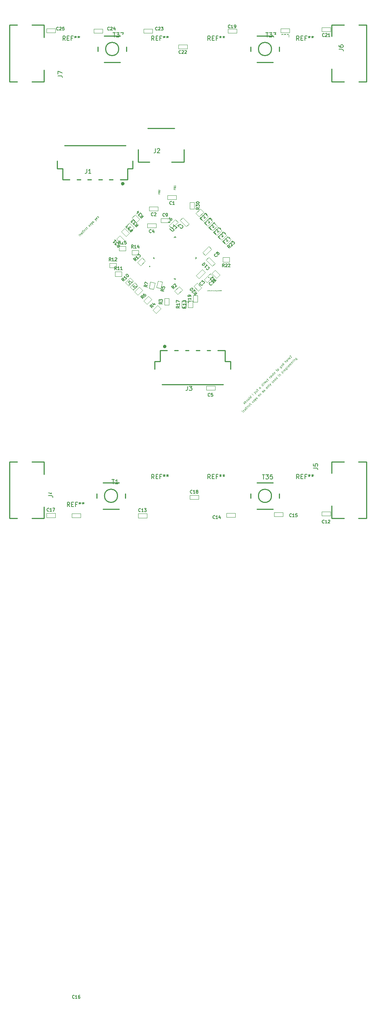
<source format=gto>
G04 #@! TF.GenerationSoftware,KiCad,Pcbnew,(6.0.10)*
G04 #@! TF.CreationDate,2023-07-30T21:36:38+01:00*
G04 #@! TF.ProjectId,magnetonetouchpad,6d61676e-6574-46f6-9e65-746f75636870,rev?*
G04 #@! TF.SameCoordinates,Original*
G04 #@! TF.FileFunction,Legend,Top*
G04 #@! TF.FilePolarity,Positive*
%FSLAX46Y46*%
G04 Gerber Fmt 4.6, Leading zero omitted, Abs format (unit mm)*
G04 Created by KiCad (PCBNEW (6.0.10)) date 2023-07-30 21:36:38*
%MOMM*%
%LPD*%
G01*
G04 APERTURE LIST*
G04 Aperture macros list*
%AMRotRect*
0 Rectangle, with rotation*
0 The origin of the aperture is its center*
0 $1 length*
0 $2 width*
0 $3 Rotation angle, in degrees counterclockwise*
0 Add horizontal line*
21,1,$1,$2,0,0,$3*%
G04 Aperture macros list end*
%ADD10C,0.125000*%
%ADD11C,0.025000*%
%ADD12C,0.150000*%
%ADD13C,0.098425*%
%ADD14C,0.254000*%
%ADD15C,0.120000*%
%ADD16C,0.200000*%
%ADD17C,0.127000*%
%ADD18C,0.400000*%
%ADD19R,4.500000X1.200000*%
%ADD20R,3.000000X1.600000*%
%ADD21R,0.600000X0.500000*%
%ADD22RotRect,0.600000X0.500000X45.000000*%
%ADD23RotRect,0.400000X0.600000X225.000000*%
%ADD24R,0.970000X1.000000*%
%ADD25RotRect,0.400000X0.600000X315.000000*%
%ADD26C,2.200000*%
%ADD27RotRect,0.400000X0.600000X135.000000*%
%ADD28R,1.300000X4.800000*%
%ADD29R,1.800000X3.900000*%
%ADD30RotRect,0.600000X0.500000X315.000000*%
%ADD31RotRect,0.600000X0.500000X225.000000*%
%ADD32RotRect,0.400000X0.600000X45.000000*%
%ADD33R,0.600000X0.400000*%
%ADD34RotRect,0.400000X0.600000X77.500000*%
%ADD35R,0.400000X0.600000*%
%ADD36R,3.500000X2.500000*%
%ADD37RotRect,0.280000X1.560000X45.000000*%
%ADD38RotRect,1.560000X0.280000X45.000000*%
%ADD39RotRect,0.600000X0.500000X135.000000*%
%ADD40R,1.200000X4.500000*%
%ADD41R,1.600000X3.700000*%
%ADD42RotRect,0.400000X0.600000X78.750000*%
G04 APERTURE END LIST*
D10*
X150105634Y-130385889D02*
X149869932Y-130150186D01*
X149752081Y-130032335D02*
X149752081Y-130066007D01*
X149785752Y-130066007D01*
X149785752Y-130032335D01*
X149752081Y-130032335D01*
X149785752Y-130066007D01*
X150038290Y-129981828D02*
X150273993Y-130217530D01*
X150071962Y-130015499D02*
X150071962Y-129981828D01*
X150088798Y-129931320D01*
X150139306Y-129880812D01*
X150189813Y-129863977D01*
X150240321Y-129880812D01*
X150425516Y-130066007D01*
X150560203Y-129897648D02*
X150610710Y-129880812D01*
X150678054Y-129813469D01*
X150694890Y-129762961D01*
X150678054Y-129712454D01*
X150661218Y-129695618D01*
X150610710Y-129678782D01*
X150560203Y-129695618D01*
X150509695Y-129746125D01*
X150459187Y-129762961D01*
X150408680Y-129746125D01*
X150391844Y-129729290D01*
X150375008Y-129678782D01*
X150391844Y-129628274D01*
X150442351Y-129577767D01*
X150492859Y-129560931D01*
X150593874Y-129426244D02*
X150728561Y-129291557D01*
X150526531Y-129257885D02*
X150829577Y-129560931D01*
X150880084Y-129577767D01*
X150930592Y-129560931D01*
X150964264Y-129527259D01*
X151082115Y-129409408D02*
X150846413Y-129173706D01*
X150728561Y-129055854D02*
X150728561Y-129089526D01*
X150762233Y-129089526D01*
X150762233Y-129055854D01*
X150728561Y-129055854D01*
X150762233Y-129089526D01*
X151014771Y-129005347D02*
X151250474Y-129241049D01*
X151048443Y-129039019D02*
X151048443Y-129005347D01*
X151065279Y-128954839D01*
X151115787Y-128904332D01*
X151166294Y-128887496D01*
X151216802Y-128904332D01*
X151401996Y-129089526D01*
X151705042Y-128752809D02*
X151688206Y-128803316D01*
X151620863Y-128870660D01*
X151570355Y-128887496D01*
X151536683Y-128887496D01*
X151486176Y-128870660D01*
X151385161Y-128769645D01*
X151368325Y-128719137D01*
X151368325Y-128685465D01*
X151385161Y-128634958D01*
X151452504Y-128567614D01*
X151503012Y-128550778D01*
X151587191Y-128432927D02*
X151721878Y-128298240D01*
X151519848Y-128264568D02*
X151822893Y-128567614D01*
X151873401Y-128584450D01*
X151923909Y-128567614D01*
X151957580Y-128533942D01*
X152311134Y-128146717D02*
X152361641Y-128129881D01*
X152428985Y-128062538D01*
X152445821Y-128012030D01*
X152428985Y-127961523D01*
X152412149Y-127944687D01*
X152361641Y-127927851D01*
X152311134Y-127944687D01*
X152260626Y-127995194D01*
X152210118Y-128012030D01*
X152159611Y-127995194D01*
X152142775Y-127978358D01*
X152125939Y-127927851D01*
X152142775Y-127877343D01*
X152193283Y-127826836D01*
X152243790Y-127810000D01*
X152782538Y-127708984D02*
X152597344Y-127523790D01*
X152546836Y-127506954D01*
X152496328Y-127523790D01*
X152428985Y-127591133D01*
X152412149Y-127641641D01*
X152765702Y-127692149D02*
X152748866Y-127742656D01*
X152664687Y-127826836D01*
X152614179Y-127843671D01*
X152563672Y-127826836D01*
X152530000Y-127793164D01*
X152513164Y-127742656D01*
X152530000Y-127692149D01*
X152614179Y-127607969D01*
X152631015Y-127557462D01*
X152681523Y-127338595D02*
X153001405Y-127490118D01*
X152849882Y-127170236D02*
X153001405Y-127490118D01*
X153051912Y-127607969D01*
X153051912Y-127641641D01*
X153035076Y-127692149D01*
X153186599Y-127271252D02*
X153237107Y-127254416D01*
X153304450Y-127187072D01*
X153321286Y-127136565D01*
X153304450Y-127086057D01*
X153287614Y-127069221D01*
X153237107Y-127052385D01*
X153186599Y-127069221D01*
X153136092Y-127119729D01*
X153085584Y-127136565D01*
X153035076Y-127119729D01*
X153018240Y-127102893D01*
X153001405Y-127052385D01*
X153018240Y-127001878D01*
X153068748Y-126951370D01*
X153119256Y-126934534D01*
X153540153Y-126479965D02*
X153775855Y-126715668D01*
X153573824Y-126513637D02*
X153573824Y-126479965D01*
X153590660Y-126429458D01*
X153641168Y-126378950D01*
X153691676Y-126362114D01*
X153742183Y-126378950D01*
X153927378Y-126564145D01*
X154146244Y-126345278D02*
X154095737Y-126362114D01*
X154062065Y-126362114D01*
X154011557Y-126345278D01*
X153910542Y-126244263D01*
X153893706Y-126193756D01*
X153893706Y-126160084D01*
X153910542Y-126109576D01*
X153961050Y-126059069D01*
X154011557Y-126042233D01*
X154045229Y-126042233D01*
X154095737Y-126059069D01*
X154196752Y-126160084D01*
X154213588Y-126210591D01*
X154213588Y-126244263D01*
X154196752Y-126294771D01*
X154146244Y-126345278D01*
X154836515Y-125655008D02*
X154651320Y-125469813D01*
X154600813Y-125452977D01*
X154550305Y-125469813D01*
X154482962Y-125537156D01*
X154466126Y-125587664D01*
X154819679Y-125638172D02*
X154802843Y-125688679D01*
X154718664Y-125772859D01*
X154668156Y-125789695D01*
X154617649Y-125772859D01*
X154583977Y-125739187D01*
X154567141Y-125688679D01*
X154583977Y-125638172D01*
X154668156Y-125553992D01*
X154684992Y-125503485D01*
X154971202Y-125486649D02*
X155021710Y-125469813D01*
X155089053Y-125402469D01*
X155105889Y-125351962D01*
X155089053Y-125301454D01*
X155072217Y-125284618D01*
X155021710Y-125267782D01*
X154971202Y-125284618D01*
X154920694Y-125335126D01*
X154870187Y-125351962D01*
X154819679Y-125335126D01*
X154802843Y-125318290D01*
X154786007Y-125267782D01*
X154802843Y-125217275D01*
X154853351Y-125166767D01*
X154903859Y-125149931D01*
X155610965Y-124880557D02*
X155560458Y-124897393D01*
X155526786Y-124897393D01*
X155476278Y-124880557D01*
X155375263Y-124779542D01*
X155358427Y-124729034D01*
X155358427Y-124695363D01*
X155375263Y-124644855D01*
X155425771Y-124594347D01*
X155476278Y-124577512D01*
X155509950Y-124577512D01*
X155560458Y-124594347D01*
X155661473Y-124695363D01*
X155678309Y-124745870D01*
X155678309Y-124779542D01*
X155661473Y-124830050D01*
X155610965Y-124880557D01*
X155644637Y-124375481D02*
X155880339Y-124611183D01*
X155678309Y-124409153D02*
X155678309Y-124375481D01*
X155695145Y-124324973D01*
X155745652Y-124274466D01*
X155796160Y-124257630D01*
X155846668Y-124274466D01*
X156031862Y-124459660D01*
X156250729Y-124240794D02*
X156200221Y-124257630D01*
X156149713Y-124240794D01*
X155846668Y-123937748D01*
X156116042Y-123904076D02*
X156435923Y-124055599D01*
X156284400Y-123735718D02*
X156435923Y-124055599D01*
X156486431Y-124173451D01*
X156486431Y-124207122D01*
X156469595Y-124257630D01*
X156839984Y-123180134D02*
X157075687Y-123415836D01*
X156688461Y-123331657D02*
X156873656Y-123516851D01*
X156924164Y-123533687D01*
X156974671Y-123516851D01*
X157025179Y-123466344D01*
X157042015Y-123415836D01*
X157042015Y-123382164D01*
X157210374Y-123247477D02*
X157260881Y-123230641D01*
X157328225Y-123163298D01*
X157345061Y-123112790D01*
X157328225Y-123062283D01*
X157311389Y-123045447D01*
X157260881Y-123028611D01*
X157210374Y-123045447D01*
X157159866Y-123095954D01*
X157109358Y-123112790D01*
X157058851Y-123095954D01*
X157042015Y-123079119D01*
X157025179Y-123028611D01*
X157042015Y-122978103D01*
X157092522Y-122927596D01*
X157143030Y-122910760D01*
X157648106Y-122809745D02*
X157631270Y-122860252D01*
X157563927Y-122927596D01*
X157513419Y-122944432D01*
X157462912Y-122927596D01*
X157328225Y-122792909D01*
X157311389Y-122742401D01*
X157328225Y-122691893D01*
X157395568Y-122624550D01*
X157446076Y-122607714D01*
X157496583Y-122624550D01*
X157530255Y-122658222D01*
X157395568Y-122860252D01*
X157984824Y-122506699D02*
X157631270Y-122153145D01*
X157967988Y-122489863D02*
X157951152Y-122540371D01*
X157883809Y-122607714D01*
X157833301Y-122624550D01*
X157799629Y-122624550D01*
X157749122Y-122607714D01*
X157648106Y-122506699D01*
X157631270Y-122456191D01*
X157631270Y-122422519D01*
X157648106Y-122372012D01*
X157715450Y-122304668D01*
X157765957Y-122287832D01*
X158422557Y-122068966D02*
X158186854Y-121833264D01*
X158069003Y-121715413D02*
X158069003Y-121749084D01*
X158102675Y-121749084D01*
X158102675Y-121715413D01*
X158069003Y-121715413D01*
X158102675Y-121749084D01*
X158355213Y-121664905D02*
X158590915Y-121900607D01*
X158388885Y-121698577D02*
X158388885Y-121664905D01*
X158405721Y-121614397D01*
X158456228Y-121563890D01*
X158506736Y-121547054D01*
X158557244Y-121563890D01*
X158742438Y-121749084D01*
X158944469Y-121075649D02*
X159298022Y-121429203D01*
X158961305Y-121092485D02*
X158978141Y-121041978D01*
X159045484Y-120974634D01*
X159095992Y-120957798D01*
X159129663Y-120957798D01*
X159180171Y-120974634D01*
X159281186Y-121075649D01*
X159298022Y-121126157D01*
X159298022Y-121159829D01*
X159281186Y-121210336D01*
X159213843Y-121277680D01*
X159163335Y-121294516D01*
X159500053Y-120991470D02*
X159264350Y-120755768D01*
X159331694Y-120823111D02*
X159314858Y-120772604D01*
X159314858Y-120738932D01*
X159331694Y-120688424D01*
X159365366Y-120654752D01*
X159769427Y-120722096D02*
X159718919Y-120738932D01*
X159685247Y-120738932D01*
X159634740Y-120722096D01*
X159533724Y-120621081D01*
X159516889Y-120570573D01*
X159516889Y-120536901D01*
X159533724Y-120486394D01*
X159584232Y-120435886D01*
X159634740Y-120419050D01*
X159668411Y-120419050D01*
X159718919Y-120435886D01*
X159819934Y-120536901D01*
X159836770Y-120587409D01*
X159836770Y-120621081D01*
X159819934Y-120671588D01*
X159769427Y-120722096D01*
X159954621Y-120065497D02*
X160240831Y-120351707D01*
X160257667Y-120402214D01*
X160257667Y-120435886D01*
X160240831Y-120486394D01*
X160190324Y-120536901D01*
X160139816Y-120553737D01*
X160173488Y-120284363D02*
X160156652Y-120334871D01*
X160089308Y-120402214D01*
X160038801Y-120419050D01*
X160005129Y-120419050D01*
X159954621Y-120402214D01*
X159853606Y-120301199D01*
X159836770Y-120250691D01*
X159836770Y-120217020D01*
X159853606Y-120166512D01*
X159920950Y-120099169D01*
X159971457Y-120082333D01*
X160358682Y-120132840D02*
X160122980Y-119897138D01*
X160190324Y-119964482D02*
X160173488Y-119913974D01*
X160173488Y-119880302D01*
X160190324Y-119829795D01*
X160223995Y-119796123D01*
X160729072Y-119762451D02*
X160543877Y-119577256D01*
X160493369Y-119560421D01*
X160442862Y-119577256D01*
X160375518Y-119644600D01*
X160358682Y-119695108D01*
X160712236Y-119745615D02*
X160695400Y-119796123D01*
X160611220Y-119880302D01*
X160560713Y-119897138D01*
X160510205Y-119880302D01*
X160476533Y-119846630D01*
X160459698Y-119796123D01*
X160476533Y-119745615D01*
X160560713Y-119661436D01*
X160577549Y-119610928D01*
X160897430Y-119594092D02*
X160661728Y-119358390D01*
X160695400Y-119392062D02*
X160695400Y-119358390D01*
X160712236Y-119307882D01*
X160762743Y-119257375D01*
X160813251Y-119240539D01*
X160863759Y-119257375D01*
X161048953Y-119442569D01*
X160863759Y-119257375D02*
X160846923Y-119206867D01*
X160863759Y-119156360D01*
X160914266Y-119105852D01*
X160964774Y-119089016D01*
X161015281Y-119105852D01*
X161200476Y-119291047D01*
X161368835Y-119122688D02*
X161133133Y-118886986D01*
X161166804Y-118920657D02*
X161166804Y-118886986D01*
X161183640Y-118836478D01*
X161234148Y-118785970D01*
X161284655Y-118769134D01*
X161335163Y-118785970D01*
X161520358Y-118971165D01*
X161335163Y-118785970D02*
X161318327Y-118735463D01*
X161335163Y-118684955D01*
X161385671Y-118634447D01*
X161436178Y-118617612D01*
X161486686Y-118634447D01*
X161671881Y-118819642D01*
X161840239Y-118651283D02*
X161604537Y-118415581D01*
X161486686Y-118297730D02*
X161486686Y-118331402D01*
X161520358Y-118331402D01*
X161520358Y-118297730D01*
X161486686Y-118297730D01*
X161520358Y-118331402D01*
X161772896Y-118247222D02*
X162008598Y-118482925D01*
X161806568Y-118280894D02*
X161806568Y-118247222D01*
X161823404Y-118196715D01*
X161873911Y-118146207D01*
X161924419Y-118129371D01*
X161974926Y-118146207D01*
X162160121Y-118331402D01*
X162244300Y-117775818D02*
X162530510Y-118062028D01*
X162547346Y-118112535D01*
X162547346Y-118146207D01*
X162530510Y-118196715D01*
X162480003Y-118247222D01*
X162429495Y-118264058D01*
X162463167Y-117994684D02*
X162446331Y-118045192D01*
X162378987Y-118112535D01*
X162328480Y-118129371D01*
X162294808Y-118129371D01*
X162244300Y-118112535D01*
X162143285Y-118011520D01*
X162126449Y-117961012D01*
X162126449Y-117927341D01*
X162143285Y-117876833D01*
X162210629Y-117809489D01*
X162261136Y-117792654D01*
X150368269Y-128471302D02*
X150418776Y-128454466D01*
X150486120Y-128387123D01*
X150502956Y-128336615D01*
X150486120Y-128286108D01*
X150469284Y-128269272D01*
X150418776Y-128252436D01*
X150368269Y-128269272D01*
X150317761Y-128319779D01*
X150267253Y-128336615D01*
X150216746Y-128319779D01*
X150199910Y-128302943D01*
X150183074Y-128252436D01*
X150199910Y-128201928D01*
X150250418Y-128151421D01*
X150300925Y-128134585D01*
X150688150Y-128185092D02*
X150334597Y-127831539D01*
X150839673Y-128033569D02*
X150654479Y-127848375D01*
X150603971Y-127831539D01*
X150553463Y-127848375D01*
X150502956Y-127898882D01*
X150486120Y-127949390D01*
X150486120Y-127983062D01*
X151058540Y-127814703D02*
X151008032Y-127831539D01*
X150974360Y-127831539D01*
X150923853Y-127814703D01*
X150822837Y-127713688D01*
X150806001Y-127663180D01*
X150806001Y-127629508D01*
X150822837Y-127579001D01*
X150873345Y-127528493D01*
X150923853Y-127511657D01*
X150957524Y-127511657D01*
X151008032Y-127528493D01*
X151109047Y-127629508D01*
X151125883Y-127680016D01*
X151125883Y-127713688D01*
X151109047Y-127764195D01*
X151058540Y-127814703D01*
X151243734Y-127158104D02*
X151479437Y-127393806D01*
X151092211Y-127309627D02*
X151277406Y-127494821D01*
X151327914Y-127511657D01*
X151378421Y-127494821D01*
X151428929Y-127444314D01*
X151445765Y-127393806D01*
X151445765Y-127360134D01*
X151698303Y-127174940D02*
X151647795Y-127191776D01*
X151597288Y-127174940D01*
X151294242Y-126871894D01*
X151984513Y-126888730D02*
X151630959Y-126535176D01*
X151967677Y-126871894D02*
X151950841Y-126922402D01*
X151883498Y-126989745D01*
X151832990Y-127006581D01*
X151799318Y-127006581D01*
X151748811Y-126989745D01*
X151647795Y-126888730D01*
X151630959Y-126838222D01*
X151630959Y-126804550D01*
X151647795Y-126754043D01*
X151715139Y-126686699D01*
X151765646Y-126669863D01*
X152422246Y-126450997D02*
X152068692Y-126097444D01*
X152624276Y-125777562D02*
X152977829Y-126131115D01*
X152641112Y-125794398D02*
X152657948Y-125743890D01*
X152725291Y-125676547D01*
X152775799Y-125659711D01*
X152809471Y-125659711D01*
X152859978Y-125676547D01*
X152960994Y-125777562D01*
X152977829Y-125828070D01*
X152977829Y-125861741D01*
X152960994Y-125912249D01*
X152893650Y-125979593D01*
X152843142Y-125996428D01*
X153095681Y-125306158D02*
X153331383Y-125541860D01*
X152944158Y-125457680D02*
X153129352Y-125642875D01*
X153179860Y-125659711D01*
X153230368Y-125642875D01*
X153280875Y-125592367D01*
X153297711Y-125541860D01*
X153297711Y-125508188D01*
X153213532Y-125188306D02*
X153348219Y-125053619D01*
X153146188Y-125019948D02*
X153449234Y-125322993D01*
X153499742Y-125339829D01*
X153550249Y-125322993D01*
X153583921Y-125289322D01*
X154122669Y-124750574D02*
X153937474Y-124565379D01*
X153886967Y-124548543D01*
X153836459Y-124565379D01*
X153769116Y-124632723D01*
X153752280Y-124683230D01*
X154105833Y-124733738D02*
X154088997Y-124784245D01*
X154004818Y-124868425D01*
X153954310Y-124885261D01*
X153903803Y-124868425D01*
X153870131Y-124834753D01*
X153853295Y-124784245D01*
X153870131Y-124733738D01*
X153954310Y-124649558D01*
X153971146Y-124599051D01*
X154711925Y-124161318D02*
X154358371Y-123807765D01*
X154695089Y-124144482D02*
X154678253Y-124194990D01*
X154610909Y-124262333D01*
X154560402Y-124279169D01*
X154526730Y-124279169D01*
X154476222Y-124262333D01*
X154375207Y-124161318D01*
X154358371Y-124110810D01*
X154358371Y-124077139D01*
X154375207Y-124026631D01*
X154442551Y-123959287D01*
X154493058Y-123942452D01*
X154880283Y-123992959D02*
X154644581Y-123757257D01*
X154526730Y-123639406D02*
X154526730Y-123673078D01*
X154560402Y-123673078D01*
X154560402Y-123639406D01*
X154526730Y-123639406D01*
X154560402Y-123673078D01*
X155048642Y-123824600D02*
X154812940Y-123588898D01*
X154880283Y-123656242D02*
X154863448Y-123605734D01*
X154863448Y-123572062D01*
X154880283Y-123521555D01*
X154913955Y-123487883D01*
X155385360Y-123454211D02*
X155368524Y-123504719D01*
X155301180Y-123572062D01*
X155250673Y-123588898D01*
X155200165Y-123572062D01*
X155065478Y-123437375D01*
X155048642Y-123386868D01*
X155065478Y-123336360D01*
X155132822Y-123269017D01*
X155183329Y-123252181D01*
X155233837Y-123269017D01*
X155267509Y-123302688D01*
X155132822Y-123504719D01*
X155705241Y-123134330D02*
X155688405Y-123184837D01*
X155621062Y-123252181D01*
X155570554Y-123269017D01*
X155536883Y-123269017D01*
X155486375Y-123252181D01*
X155385360Y-123151165D01*
X155368524Y-123100658D01*
X155368524Y-123066986D01*
X155385360Y-123016478D01*
X155452703Y-122949135D01*
X155503211Y-122932299D01*
X155587390Y-122814448D02*
X155722077Y-122679761D01*
X155520047Y-122646089D02*
X155823092Y-122949135D01*
X155873600Y-122965971D01*
X155924108Y-122949135D01*
X155957779Y-122915463D01*
X156345005Y-122528238D02*
X156109302Y-122292536D01*
X156176646Y-122359879D02*
X156159810Y-122309372D01*
X156159810Y-122275700D01*
X156176646Y-122225192D01*
X156210318Y-122191521D01*
X156614379Y-122258864D02*
X156563871Y-122275700D01*
X156530199Y-122275700D01*
X156479692Y-122258864D01*
X156378676Y-122157849D01*
X156361840Y-122107341D01*
X156361840Y-122073669D01*
X156378676Y-122023162D01*
X156429184Y-121972654D01*
X156479692Y-121955818D01*
X156513363Y-121955818D01*
X156563871Y-121972654D01*
X156664886Y-122073669D01*
X156681722Y-122124177D01*
X156681722Y-122157849D01*
X156664886Y-122208356D01*
X156614379Y-122258864D01*
X156799573Y-121602265D02*
X157035275Y-121837967D01*
X156648050Y-121753788D02*
X156833245Y-121938982D01*
X156883753Y-121955818D01*
X156934260Y-121938982D01*
X156984768Y-121888475D01*
X157001604Y-121837967D01*
X157001604Y-121804295D01*
X156917424Y-121484414D02*
X157052111Y-121349727D01*
X156850081Y-121316055D02*
X157153127Y-121619101D01*
X157203634Y-121635937D01*
X157254142Y-121619101D01*
X157287814Y-121585429D01*
X157523516Y-121316055D02*
X157506680Y-121366563D01*
X157439337Y-121433906D01*
X157388829Y-121450742D01*
X157338321Y-121433906D01*
X157203634Y-121299219D01*
X157186798Y-121248711D01*
X157203634Y-121198204D01*
X157270978Y-121130860D01*
X157321485Y-121114024D01*
X157371993Y-121130860D01*
X157405665Y-121164532D01*
X157270978Y-121366563D01*
X157691875Y-120709963D02*
X157826562Y-120575276D01*
X157624531Y-120541605D02*
X157927577Y-120844650D01*
X157978085Y-120861486D01*
X158028592Y-120844650D01*
X158062264Y-120810979D01*
X158230623Y-120642620D02*
X158180115Y-120659456D01*
X158146443Y-120659456D01*
X158095936Y-120642620D01*
X157994920Y-120541605D01*
X157978085Y-120491097D01*
X157978085Y-120457425D01*
X157994920Y-120406918D01*
X158045428Y-120356410D01*
X158095936Y-120339574D01*
X158129607Y-120339574D01*
X158180115Y-120356410D01*
X158281130Y-120457425D01*
X158297966Y-120507933D01*
X158297966Y-120541605D01*
X158281130Y-120592112D01*
X158230623Y-120642620D01*
X158685191Y-119716647D02*
X158971401Y-120002857D01*
X158988237Y-120053364D01*
X158988237Y-120087036D01*
X158971401Y-120137544D01*
X158920894Y-120188051D01*
X158870386Y-120204887D01*
X158904058Y-119935513D02*
X158887222Y-119986021D01*
X158819878Y-120053364D01*
X158769371Y-120070200D01*
X158735699Y-120070200D01*
X158685191Y-120053364D01*
X158584176Y-119952349D01*
X158567340Y-119901841D01*
X158567340Y-119868170D01*
X158584176Y-119817662D01*
X158651520Y-119750319D01*
X158702027Y-119733483D01*
X158853550Y-119548288D02*
X159089252Y-119783990D01*
X158887222Y-119581960D02*
X158887222Y-119548288D01*
X158904058Y-119497780D01*
X158954565Y-119447273D01*
X159005073Y-119430437D01*
X159055581Y-119447273D01*
X159240775Y-119632467D01*
X159560657Y-119312586D02*
X159207103Y-118959032D01*
X159543821Y-119295750D02*
X159526985Y-119346258D01*
X159459642Y-119413601D01*
X159409134Y-119430437D01*
X159375462Y-119430437D01*
X159324955Y-119413601D01*
X159223939Y-119312586D01*
X159207103Y-119262078D01*
X159207103Y-119228406D01*
X159223939Y-119177899D01*
X159291283Y-119110555D01*
X159341790Y-119093719D01*
X159998390Y-118874853D02*
X159644836Y-118521300D01*
X160149913Y-118723330D02*
X159964718Y-118538135D01*
X159914210Y-118521300D01*
X159863703Y-118538135D01*
X159813195Y-118588643D01*
X159796359Y-118639151D01*
X159796359Y-118672823D01*
X160436122Y-118403448D02*
X160419287Y-118453956D01*
X160351943Y-118521300D01*
X160301435Y-118538135D01*
X160250928Y-118521300D01*
X160116241Y-118386613D01*
X160099405Y-118336105D01*
X160116241Y-118285597D01*
X160183584Y-118218254D01*
X160234092Y-118201418D01*
X160284600Y-118218254D01*
X160318271Y-118251926D01*
X160183584Y-118453956D01*
X160621317Y-118251926D02*
X160385615Y-118016223D01*
X160452958Y-118083567D02*
X160436122Y-118033059D01*
X160436122Y-117999387D01*
X160452958Y-117948880D01*
X160486630Y-117915208D01*
X160958035Y-117881536D02*
X160941199Y-117932044D01*
X160873855Y-117999387D01*
X160823348Y-118016223D01*
X160772840Y-117999387D01*
X160638153Y-117864700D01*
X160621317Y-117814193D01*
X160638153Y-117763685D01*
X160705496Y-117696342D01*
X160756004Y-117679506D01*
X160806512Y-117696342D01*
X160840183Y-117730013D01*
X160705496Y-117932044D01*
X161160065Y-117645834D02*
X161193737Y-117645834D01*
X161193737Y-117679506D01*
X161160065Y-117679506D01*
X161160065Y-117645834D01*
X161193737Y-117679506D01*
X160789676Y-117410132D02*
X160806512Y-117359624D01*
X160890691Y-117275445D01*
X160941199Y-117258609D01*
X160991706Y-117275445D01*
X161025378Y-117309117D01*
X161042214Y-117359624D01*
X161042214Y-117393296D01*
X161025378Y-117443804D01*
X161025378Y-117477475D01*
X161042214Y-117527983D01*
X161059050Y-117544819D01*
X112359682Y-89688560D02*
X112123980Y-89452858D01*
X112006129Y-89335007D02*
X112006129Y-89368679D01*
X112039801Y-89368679D01*
X112039801Y-89335007D01*
X112006129Y-89335007D01*
X112039801Y-89368679D01*
X112292339Y-89284499D02*
X112528041Y-89520201D01*
X112326011Y-89318171D02*
X112326011Y-89284499D01*
X112342847Y-89233992D01*
X112393354Y-89183484D01*
X112443862Y-89166648D01*
X112494369Y-89183484D01*
X112679564Y-89368679D01*
X112814251Y-89200320D02*
X112864759Y-89183484D01*
X112932102Y-89116140D01*
X112948938Y-89065633D01*
X112932102Y-89015125D01*
X112915266Y-88998289D01*
X112864759Y-88981453D01*
X112814251Y-88998289D01*
X112763743Y-89048797D01*
X112713236Y-89065633D01*
X112662728Y-89048797D01*
X112645892Y-89031961D01*
X112629056Y-88981453D01*
X112645892Y-88930946D01*
X112696400Y-88880438D01*
X112746908Y-88863602D01*
X112847923Y-88728915D02*
X112982610Y-88594228D01*
X112780579Y-88560557D02*
X113083625Y-88863602D01*
X113134133Y-88880438D01*
X113184640Y-88863602D01*
X113218312Y-88829931D01*
X113336163Y-88712079D02*
X113100461Y-88476377D01*
X112982610Y-88358526D02*
X112982610Y-88392198D01*
X113016282Y-88392198D01*
X113016282Y-88358526D01*
X112982610Y-88358526D01*
X113016282Y-88392198D01*
X113268820Y-88308018D02*
X113504522Y-88543721D01*
X113302491Y-88341690D02*
X113302491Y-88308018D01*
X113319327Y-88257511D01*
X113369835Y-88207003D01*
X113420343Y-88190167D01*
X113470850Y-88207003D01*
X113656045Y-88392198D01*
X113959091Y-88055480D02*
X113942255Y-88105988D01*
X113874911Y-88173331D01*
X113824404Y-88190167D01*
X113790732Y-88190167D01*
X113740224Y-88173331D01*
X113639209Y-88072316D01*
X113622373Y-88021809D01*
X113622373Y-87988137D01*
X113639209Y-87937629D01*
X113706552Y-87870286D01*
X113757060Y-87853450D01*
X113841239Y-87735599D02*
X113975926Y-87600912D01*
X113773896Y-87567240D02*
X114076942Y-87870286D01*
X114127449Y-87887122D01*
X114177957Y-87870286D01*
X114211629Y-87836614D01*
X114565182Y-87449389D02*
X114615690Y-87432553D01*
X114683033Y-87365209D01*
X114699869Y-87314702D01*
X114683033Y-87264194D01*
X114666197Y-87247358D01*
X114615690Y-87230522D01*
X114565182Y-87247358D01*
X114514675Y-87297866D01*
X114464167Y-87314702D01*
X114413659Y-87297866D01*
X114396823Y-87281030D01*
X114379988Y-87230522D01*
X114396823Y-87180015D01*
X114447331Y-87129507D01*
X114497839Y-87112671D01*
X115036587Y-87011656D02*
X114851392Y-86826461D01*
X114800884Y-86809625D01*
X114750377Y-86826461D01*
X114683033Y-86893805D01*
X114666197Y-86944312D01*
X115019751Y-86994820D02*
X115002915Y-87045328D01*
X114918736Y-87129507D01*
X114868228Y-87146343D01*
X114817720Y-87129507D01*
X114784049Y-87095835D01*
X114767213Y-87045328D01*
X114784049Y-86994820D01*
X114868228Y-86910641D01*
X114885064Y-86860133D01*
X114935571Y-86641267D02*
X115255453Y-86792790D01*
X115103930Y-86472908D02*
X115255453Y-86792790D01*
X115305961Y-86910641D01*
X115305961Y-86944312D01*
X115289125Y-86994820D01*
X115440648Y-86573923D02*
X115491155Y-86557087D01*
X115558499Y-86489744D01*
X115575335Y-86439236D01*
X115558499Y-86388729D01*
X115541663Y-86371893D01*
X115491155Y-86355057D01*
X115440648Y-86371893D01*
X115390140Y-86422400D01*
X115339632Y-86439236D01*
X115289125Y-86422400D01*
X115272289Y-86405564D01*
X115255453Y-86355057D01*
X115272289Y-86304549D01*
X115322797Y-86254042D01*
X115373304Y-86237206D01*
X115760529Y-85816309D02*
X116080411Y-85967832D01*
X115928888Y-85647950D02*
X116080411Y-85967832D01*
X116130919Y-86085683D01*
X116130919Y-86119355D01*
X116114083Y-86169862D01*
X116417128Y-85597442D02*
X116400293Y-85647950D01*
X116332949Y-85715294D01*
X116282441Y-85732129D01*
X116231934Y-85715294D01*
X116097247Y-85580607D01*
X116080411Y-85530099D01*
X116097247Y-85479591D01*
X116164590Y-85412248D01*
X116215098Y-85395412D01*
X116265606Y-85412248D01*
X116299277Y-85445920D01*
X116164590Y-85647950D01*
X116568651Y-85445920D02*
X116619159Y-85429084D01*
X116686502Y-85361740D01*
X116703338Y-85311233D01*
X116686502Y-85260725D01*
X116669667Y-85243889D01*
X116619159Y-85227053D01*
X116568651Y-85243889D01*
X116518144Y-85294397D01*
X116467636Y-85311233D01*
X116417128Y-85294397D01*
X116400293Y-85277561D01*
X116383457Y-85227053D01*
X116400293Y-85176546D01*
X116450800Y-85126038D01*
X116501308Y-85109202D01*
D11*
X141797209Y-102334145D02*
X141787686Y-102338907D01*
X141768638Y-102338907D01*
X141759114Y-102334145D01*
X141754352Y-102329383D01*
X141749590Y-102319859D01*
X141749590Y-102291288D01*
X141754352Y-102281764D01*
X141759114Y-102277002D01*
X141768638Y-102272240D01*
X141787686Y-102272240D01*
X141797209Y-102277002D01*
X141882924Y-102338907D02*
X141882924Y-102286526D01*
X141878162Y-102277002D01*
X141868638Y-102272240D01*
X141849590Y-102272240D01*
X141840066Y-102277002D01*
X141882924Y-102334145D02*
X141873400Y-102338907D01*
X141849590Y-102338907D01*
X141840066Y-102334145D01*
X141835305Y-102324621D01*
X141835305Y-102315097D01*
X141840066Y-102305573D01*
X141849590Y-102300811D01*
X141873400Y-102300811D01*
X141882924Y-102296049D01*
X141930543Y-102272240D02*
X141930543Y-102338907D01*
X141930543Y-102281764D02*
X141935305Y-102277002D01*
X141944828Y-102272240D01*
X141959114Y-102272240D01*
X141968638Y-102277002D01*
X141973400Y-102286526D01*
X141973400Y-102338907D01*
X142097209Y-102338907D02*
X142097209Y-102272240D01*
X142097209Y-102238907D02*
X142092447Y-102243669D01*
X142097209Y-102248430D01*
X142101971Y-102243669D01*
X142097209Y-102238907D01*
X142097209Y-102248430D01*
X142216257Y-102334145D02*
X142225781Y-102338907D01*
X142244828Y-102338907D01*
X142254352Y-102334145D01*
X142259114Y-102324621D01*
X142259114Y-102319859D01*
X142254352Y-102310335D01*
X142244828Y-102305573D01*
X142230543Y-102305573D01*
X142221019Y-102300811D01*
X142216257Y-102291288D01*
X142216257Y-102286526D01*
X142221019Y-102277002D01*
X142230543Y-102272240D01*
X142244828Y-102272240D01*
X142254352Y-102277002D01*
X142301971Y-102338907D02*
X142301971Y-102238907D01*
X142344828Y-102338907D02*
X142344828Y-102286526D01*
X142340066Y-102277002D01*
X142330543Y-102272240D01*
X142316257Y-102272240D01*
X142306733Y-102277002D01*
X142301971Y-102281764D01*
X142435305Y-102338907D02*
X142435305Y-102286526D01*
X142430543Y-102277002D01*
X142421019Y-102272240D01*
X142401971Y-102272240D01*
X142392447Y-102277002D01*
X142435305Y-102334145D02*
X142425781Y-102338907D01*
X142401971Y-102338907D01*
X142392447Y-102334145D01*
X142387686Y-102324621D01*
X142387686Y-102315097D01*
X142392447Y-102305573D01*
X142401971Y-102300811D01*
X142425781Y-102300811D01*
X142435305Y-102296049D01*
X142482924Y-102338907D02*
X142482924Y-102272240D01*
X142482924Y-102291288D02*
X142487686Y-102281764D01*
X142492447Y-102277002D01*
X142501971Y-102272240D01*
X142511495Y-102272240D01*
X142582924Y-102334145D02*
X142573400Y-102338907D01*
X142554352Y-102338907D01*
X142544828Y-102334145D01*
X142540066Y-102324621D01*
X142540066Y-102286526D01*
X142544828Y-102277002D01*
X142554352Y-102272240D01*
X142573400Y-102272240D01*
X142582924Y-102277002D01*
X142587686Y-102286526D01*
X142587686Y-102296049D01*
X142540066Y-102305573D01*
X142697209Y-102272240D02*
X142721019Y-102338907D01*
X142744828Y-102272240D01*
X142782924Y-102338907D02*
X142782924Y-102272240D01*
X142782924Y-102238907D02*
X142778162Y-102243669D01*
X142782924Y-102248430D01*
X142787686Y-102243669D01*
X142782924Y-102238907D01*
X142782924Y-102248430D01*
X142873400Y-102338907D02*
X142873400Y-102286526D01*
X142868638Y-102277002D01*
X142859114Y-102272240D01*
X142840066Y-102272240D01*
X142830543Y-102277002D01*
X142873400Y-102334145D02*
X142863876Y-102338907D01*
X142840066Y-102338907D01*
X142830543Y-102334145D01*
X142825781Y-102324621D01*
X142825781Y-102315097D01*
X142830543Y-102305573D01*
X142840066Y-102300811D01*
X142863876Y-102300811D01*
X142873400Y-102296049D01*
X142997209Y-102338907D02*
X142997209Y-102238907D01*
X143040066Y-102338907D02*
X143040066Y-102286526D01*
X143035305Y-102277002D01*
X143025781Y-102272240D01*
X143011495Y-102272240D01*
X143001971Y-102277002D01*
X142997209Y-102281764D01*
X143125781Y-102334145D02*
X143116257Y-102338907D01*
X143097209Y-102338907D01*
X143087686Y-102334145D01*
X143082924Y-102324621D01*
X143082924Y-102286526D01*
X143087686Y-102277002D01*
X143097209Y-102272240D01*
X143116257Y-102272240D01*
X143125781Y-102277002D01*
X143130543Y-102286526D01*
X143130543Y-102296049D01*
X143082924Y-102305573D01*
X143173400Y-102338907D02*
X143173400Y-102272240D01*
X143173400Y-102291288D02*
X143178162Y-102281764D01*
X143182924Y-102277002D01*
X143192447Y-102272240D01*
X143201971Y-102272240D01*
X143273400Y-102334145D02*
X143263876Y-102338907D01*
X143244828Y-102338907D01*
X143235305Y-102334145D01*
X143230543Y-102324621D01*
X143230543Y-102286526D01*
X143235305Y-102277002D01*
X143244828Y-102272240D01*
X143263876Y-102272240D01*
X143273400Y-102277002D01*
X143278162Y-102286526D01*
X143278162Y-102296049D01*
X143230543Y-102305573D01*
X143411495Y-102338907D02*
X143401971Y-102334145D01*
X143397209Y-102329383D01*
X143392447Y-102319859D01*
X143392447Y-102291288D01*
X143397209Y-102281764D01*
X143401971Y-102277002D01*
X143411495Y-102272240D01*
X143425781Y-102272240D01*
X143435305Y-102277002D01*
X143440066Y-102281764D01*
X143444828Y-102291288D01*
X143444828Y-102319859D01*
X143440066Y-102329383D01*
X143435305Y-102334145D01*
X143425781Y-102338907D01*
X143411495Y-102338907D01*
X143487686Y-102338907D02*
X143487686Y-102272240D01*
X143487686Y-102291288D02*
X143492447Y-102281764D01*
X143497209Y-102277002D01*
X143506733Y-102272240D01*
X143516257Y-102272240D01*
X143625781Y-102338907D02*
X143625781Y-102272240D01*
X143625781Y-102238907D02*
X143621019Y-102243669D01*
X143625781Y-102248430D01*
X143630543Y-102243669D01*
X143625781Y-102238907D01*
X143625781Y-102248430D01*
X143668638Y-102334145D02*
X143678162Y-102338907D01*
X143697209Y-102338907D01*
X143706733Y-102334145D01*
X143711495Y-102324621D01*
X143711495Y-102319859D01*
X143706733Y-102310335D01*
X143697209Y-102305573D01*
X143682924Y-102305573D01*
X143673400Y-102300811D01*
X143668638Y-102291288D01*
X143668638Y-102286526D01*
X143673400Y-102277002D01*
X143682924Y-102272240D01*
X143697209Y-102272240D01*
X143706733Y-102277002D01*
X143825781Y-102334145D02*
X143835305Y-102338907D01*
X143854352Y-102338907D01*
X143863876Y-102334145D01*
X143868638Y-102324621D01*
X143868638Y-102319859D01*
X143863876Y-102310335D01*
X143854352Y-102305573D01*
X143840066Y-102305573D01*
X143830543Y-102300811D01*
X143825781Y-102291288D01*
X143825781Y-102286526D01*
X143830543Y-102277002D01*
X143840066Y-102272240D01*
X143854352Y-102272240D01*
X143863876Y-102277002D01*
X143949590Y-102334145D02*
X143940066Y-102338907D01*
X143921019Y-102338907D01*
X143911495Y-102334145D01*
X143906733Y-102324621D01*
X143906733Y-102286526D01*
X143911495Y-102277002D01*
X143921019Y-102272240D01*
X143940066Y-102272240D01*
X143949590Y-102277002D01*
X143954352Y-102286526D01*
X143954352Y-102296049D01*
X143906733Y-102305573D01*
X143997209Y-102272240D02*
X143997209Y-102372240D01*
X143997209Y-102277002D02*
X144006733Y-102272240D01*
X144025781Y-102272240D01*
X144035305Y-102277002D01*
X144040066Y-102281764D01*
X144044828Y-102291288D01*
X144044828Y-102319859D01*
X144040066Y-102329383D01*
X144035305Y-102334145D01*
X144025781Y-102338907D01*
X144006733Y-102338907D01*
X143997209Y-102334145D01*
X144125781Y-102334145D02*
X144116257Y-102338907D01*
X144097209Y-102338907D01*
X144087686Y-102334145D01*
X144082924Y-102324621D01*
X144082924Y-102286526D01*
X144087686Y-102277002D01*
X144097209Y-102272240D01*
X144116257Y-102272240D01*
X144125781Y-102277002D01*
X144130543Y-102286526D01*
X144130543Y-102296049D01*
X144082924Y-102305573D01*
X144173400Y-102338907D02*
X144173400Y-102272240D01*
X144173400Y-102291288D02*
X144178162Y-102281764D01*
X144182924Y-102277002D01*
X144192447Y-102272240D01*
X144201971Y-102272240D01*
X144278162Y-102338907D02*
X144278162Y-102286526D01*
X144273400Y-102277002D01*
X144263876Y-102272240D01*
X144244828Y-102272240D01*
X144235305Y-102277002D01*
X144278162Y-102334145D02*
X144268638Y-102338907D01*
X144244828Y-102338907D01*
X144235305Y-102334145D01*
X144230543Y-102324621D01*
X144230543Y-102315097D01*
X144235305Y-102305573D01*
X144244828Y-102300811D01*
X144268638Y-102300811D01*
X144278162Y-102296049D01*
X144311495Y-102272240D02*
X144349590Y-102272240D01*
X144325781Y-102238907D02*
X144325781Y-102324621D01*
X144330543Y-102334145D01*
X144340066Y-102338907D01*
X144349590Y-102338907D01*
X144421019Y-102334145D02*
X144411495Y-102338907D01*
X144392447Y-102338907D01*
X144382924Y-102334145D01*
X144378162Y-102324621D01*
X144378162Y-102286526D01*
X144382924Y-102277002D01*
X144392447Y-102272240D01*
X144411495Y-102272240D01*
X144421019Y-102277002D01*
X144425781Y-102286526D01*
X144425781Y-102296049D01*
X144378162Y-102305573D01*
X144544828Y-102338907D02*
X144544828Y-102238907D01*
X144544828Y-102277002D02*
X144554352Y-102272240D01*
X144573400Y-102272240D01*
X144582924Y-102277002D01*
X144587686Y-102281764D01*
X144592447Y-102291288D01*
X144592447Y-102319859D01*
X144587686Y-102329383D01*
X144582924Y-102334145D01*
X144573400Y-102338907D01*
X144554352Y-102338907D01*
X144544828Y-102334145D01*
X144673400Y-102334145D02*
X144663876Y-102338907D01*
X144644828Y-102338907D01*
X144635305Y-102334145D01*
X144630543Y-102324621D01*
X144630543Y-102286526D01*
X144635305Y-102277002D01*
X144644828Y-102272240D01*
X144663876Y-102272240D01*
X144673400Y-102277002D01*
X144678162Y-102286526D01*
X144678162Y-102296049D01*
X144630543Y-102305573D01*
X144706733Y-102272240D02*
X144744828Y-102272240D01*
X144721019Y-102238907D02*
X144721019Y-102324621D01*
X144725781Y-102334145D01*
X144735305Y-102338907D01*
X144744828Y-102338907D01*
X144763876Y-102272240D02*
X144801971Y-102272240D01*
X144778162Y-102238907D02*
X144778162Y-102324621D01*
X144782924Y-102334145D01*
X144792447Y-102338907D01*
X144801971Y-102338907D01*
X144873400Y-102334145D02*
X144863876Y-102338907D01*
X144844828Y-102338907D01*
X144835305Y-102334145D01*
X144830543Y-102324621D01*
X144830543Y-102286526D01*
X144835305Y-102277002D01*
X144844828Y-102272240D01*
X144863876Y-102272240D01*
X144873400Y-102277002D01*
X144878162Y-102286526D01*
X144878162Y-102296049D01*
X144830543Y-102305573D01*
X144921019Y-102338907D02*
X144921019Y-102272240D01*
X144921019Y-102291288D02*
X144925781Y-102281764D01*
X144930543Y-102277002D01*
X144940066Y-102272240D01*
X144949590Y-102272240D01*
X144997209Y-102329383D02*
X145001971Y-102334145D01*
X144997209Y-102338907D01*
X144992447Y-102334145D01*
X144997209Y-102329383D01*
X144997209Y-102338907D01*
X144978162Y-102243669D02*
X144987686Y-102238907D01*
X145011495Y-102238907D01*
X145021019Y-102243669D01*
X145025781Y-102253192D01*
X145025781Y-102262716D01*
X145021019Y-102272240D01*
X145016257Y-102277002D01*
X145006733Y-102281764D01*
X145001971Y-102286526D01*
X144997209Y-102296049D01*
X144997209Y-102300811D01*
D12*
X105121240Y-149647284D02*
X105835526Y-149647284D01*
X105978383Y-149694903D01*
X106073621Y-149790141D01*
X106121240Y-149932998D01*
X106121240Y-150028236D01*
X105454574Y-148742522D02*
X106121240Y-148742522D01*
X105073621Y-148980617D02*
X105787907Y-149218712D01*
X105787907Y-148599665D01*
X168812875Y-155919375D02*
X168779541Y-155952708D01*
X168679541Y-155986041D01*
X168612875Y-155986041D01*
X168512875Y-155952708D01*
X168446208Y-155886041D01*
X168412875Y-155819375D01*
X168379541Y-155686041D01*
X168379541Y-155586041D01*
X168412875Y-155452708D01*
X168446208Y-155386041D01*
X168512875Y-155319375D01*
X168612875Y-155286041D01*
X168679541Y-155286041D01*
X168779541Y-155319375D01*
X168812875Y-155352708D01*
X169479541Y-155986041D02*
X169079541Y-155986041D01*
X169279541Y-155986041D02*
X169279541Y-155286041D01*
X169212875Y-155386041D01*
X169146208Y-155452708D01*
X169079541Y-155486041D01*
X169746208Y-155352708D02*
X169779541Y-155319375D01*
X169846208Y-155286041D01*
X170012875Y-155286041D01*
X170079541Y-155319375D01*
X170112875Y-155352708D01*
X170146208Y-155419375D01*
X170146208Y-155486041D01*
X170112875Y-155586041D01*
X169712875Y-155986041D01*
X170146208Y-155986041D01*
X140714306Y-100828647D02*
X140714306Y-100875787D01*
X140667166Y-100970068D01*
X140620026Y-101017209D01*
X140525745Y-101064349D01*
X140431464Y-101064349D01*
X140360753Y-101040779D01*
X140242902Y-100970068D01*
X140172191Y-100899358D01*
X140101481Y-100781507D01*
X140077910Y-100710796D01*
X140077910Y-100616515D01*
X140125051Y-100522234D01*
X140172191Y-100475094D01*
X140266472Y-100427953D01*
X140313613Y-100427953D01*
X140431464Y-100215821D02*
X140737877Y-99909408D01*
X140761447Y-100262962D01*
X140832158Y-100192251D01*
X140902868Y-100168681D01*
X140950009Y-100168681D01*
X141020719Y-100192251D01*
X141138570Y-100310102D01*
X141162141Y-100380813D01*
X141162141Y-100427953D01*
X141138570Y-100498664D01*
X140997149Y-100640085D01*
X140926438Y-100663655D01*
X140879298Y-100663655D01*
X144037995Y-89036550D02*
X143637301Y-88965839D01*
X143755152Y-89319392D02*
X143260177Y-88824418D01*
X143448739Y-88635856D01*
X143519450Y-88612286D01*
X143566590Y-88612286D01*
X143637301Y-88635856D01*
X143708011Y-88706567D01*
X143731582Y-88777277D01*
X143731582Y-88824418D01*
X143708011Y-88895128D01*
X143519450Y-89083690D01*
X143778722Y-88400154D02*
X143778722Y-88353013D01*
X143802292Y-88282302D01*
X143920143Y-88164451D01*
X143990854Y-88140881D01*
X144037995Y-88140881D01*
X144108705Y-88164451D01*
X144155846Y-88211592D01*
X144202986Y-88305873D01*
X144202986Y-88871558D01*
X144509399Y-88565145D01*
X144438688Y-87645906D02*
X144344408Y-87740187D01*
X144320837Y-87810898D01*
X144320837Y-87858038D01*
X144344408Y-87975890D01*
X144415118Y-88093741D01*
X144603680Y-88282302D01*
X144674391Y-88305873D01*
X144721531Y-88305873D01*
X144792242Y-88282302D01*
X144886523Y-88188022D01*
X144910093Y-88117311D01*
X144910093Y-88070170D01*
X144886523Y-87999460D01*
X144768672Y-87881609D01*
X144697961Y-87858038D01*
X144650820Y-87858038D01*
X144580110Y-87881609D01*
X144485829Y-87975890D01*
X144462259Y-88046600D01*
X144462259Y-88093741D01*
X144485829Y-88164451D01*
D13*
X134229366Y-78801458D02*
X134229366Y-78932691D01*
X134435590Y-78932691D02*
X134041889Y-78932691D01*
X134041889Y-78745215D01*
X134229366Y-78464000D02*
X134248114Y-78407757D01*
X134266861Y-78389009D01*
X134304357Y-78370261D01*
X134360600Y-78370261D01*
X134398095Y-78389009D01*
X134416843Y-78407757D01*
X134435590Y-78445252D01*
X134435590Y-78595233D01*
X134041889Y-78595233D01*
X134041889Y-78464000D01*
X134060637Y-78426504D01*
X134079385Y-78407757D01*
X134116880Y-78389009D01*
X134154375Y-78389009D01*
X134191871Y-78407757D01*
X134210618Y-78426504D01*
X134229366Y-78464000D01*
X134229366Y-78595233D01*
X134435590Y-77995308D02*
X134435590Y-78220280D01*
X134435590Y-78107794D02*
X134041889Y-78107794D01*
X134098132Y-78145289D01*
X134135628Y-78182785D01*
X134154375Y-78220280D01*
D12*
X121396436Y-91501996D02*
X121325725Y-91902690D01*
X121679278Y-91784839D02*
X121184304Y-92279814D01*
X120995742Y-92091252D01*
X120972172Y-92020541D01*
X120972172Y-91973401D01*
X120995742Y-91902690D01*
X121066453Y-91831980D01*
X121137163Y-91808409D01*
X121184304Y-91808409D01*
X121255014Y-91831980D01*
X121443576Y-92020541D01*
X120736469Y-91831980D02*
X120430056Y-91525567D01*
X120783610Y-91501996D01*
X120712899Y-91431286D01*
X120689329Y-91360575D01*
X120689329Y-91313435D01*
X120712899Y-91242724D01*
X120830750Y-91124873D01*
X120901461Y-91101303D01*
X120948601Y-91101303D01*
X121019312Y-91124873D01*
X121160733Y-91266294D01*
X121184304Y-91337005D01*
X121184304Y-91384145D01*
X120453627Y-90559187D02*
X120736469Y-90842030D01*
X120595048Y-90700609D02*
X120100073Y-91195583D01*
X120217924Y-91172013D01*
X120312205Y-91172013D01*
X120382916Y-91195583D01*
X129519651Y-145754504D02*
X129186318Y-145278314D01*
X128948223Y-145754504D02*
X128948223Y-144754504D01*
X129329175Y-144754504D01*
X129424413Y-144802124D01*
X129472032Y-144849743D01*
X129519651Y-144944981D01*
X129519651Y-145087838D01*
X129472032Y-145183076D01*
X129424413Y-145230695D01*
X129329175Y-145278314D01*
X128948223Y-145278314D01*
X129948223Y-145230695D02*
X130281556Y-145230695D01*
X130424413Y-145754504D02*
X129948223Y-145754504D01*
X129948223Y-144754504D01*
X130424413Y-144754504D01*
X131186318Y-145230695D02*
X130852985Y-145230695D01*
X130852985Y-145754504D02*
X130852985Y-144754504D01*
X131329175Y-144754504D01*
X131852985Y-144754504D02*
X131852985Y-144992600D01*
X131614889Y-144897362D02*
X131852985Y-144992600D01*
X132091080Y-144897362D01*
X131710127Y-145183076D02*
X131852985Y-144992600D01*
X131995842Y-145183076D01*
X132614889Y-144754504D02*
X132614889Y-144992600D01*
X132376794Y-144897362D02*
X132614889Y-144992600D01*
X132852985Y-144897362D01*
X132472032Y-145183076D02*
X132614889Y-144992600D01*
X132757746Y-145183076D01*
X172212755Y-46512998D02*
X172927041Y-46512998D01*
X173069898Y-46560617D01*
X173165136Y-46655855D01*
X173212755Y-46798712D01*
X173212755Y-46893950D01*
X172212755Y-45608236D02*
X172212755Y-45798712D01*
X172260375Y-45893950D01*
X172307994Y-45941569D01*
X172450851Y-46036808D01*
X172641327Y-46084427D01*
X173022279Y-46084427D01*
X173117517Y-46036808D01*
X173165136Y-45989188D01*
X173212755Y-45893950D01*
X173212755Y-45703474D01*
X173165136Y-45608236D01*
X173117517Y-45560617D01*
X173022279Y-45512998D01*
X172784184Y-45512998D01*
X172688946Y-45560617D01*
X172641327Y-45608236D01*
X172593708Y-45703474D01*
X172593708Y-45893950D01*
X172641327Y-45989188D01*
X172688946Y-46036808D01*
X172784184Y-46084427D01*
X135684113Y-47434624D02*
X135650779Y-47467957D01*
X135550779Y-47501290D01*
X135484113Y-47501290D01*
X135384113Y-47467957D01*
X135317446Y-47401290D01*
X135284113Y-47334624D01*
X135250779Y-47201290D01*
X135250779Y-47101290D01*
X135284113Y-46967957D01*
X135317446Y-46901290D01*
X135384113Y-46834624D01*
X135484113Y-46801290D01*
X135550779Y-46801290D01*
X135650779Y-46834624D01*
X135684113Y-46867957D01*
X135950779Y-46867957D02*
X135984113Y-46834624D01*
X136050779Y-46801290D01*
X136217446Y-46801290D01*
X136284113Y-46834624D01*
X136317446Y-46867957D01*
X136350779Y-46934624D01*
X136350779Y-47001290D01*
X136317446Y-47101290D01*
X135917446Y-47501290D01*
X136350779Y-47501290D01*
X136617446Y-46867957D02*
X136650779Y-46834624D01*
X136717446Y-46801290D01*
X136884113Y-46801290D01*
X136950779Y-46834624D01*
X136984113Y-46867957D01*
X137017446Y-46934624D01*
X137017446Y-47001290D01*
X136984113Y-47101290D01*
X136584113Y-47501290D01*
X137017446Y-47501290D01*
X142519651Y-145754504D02*
X142186318Y-145278314D01*
X141948223Y-145754504D02*
X141948223Y-144754504D01*
X142329175Y-144754504D01*
X142424413Y-144802124D01*
X142472032Y-144849743D01*
X142519651Y-144944981D01*
X142519651Y-145087838D01*
X142472032Y-145183076D01*
X142424413Y-145230695D01*
X142329175Y-145278314D01*
X141948223Y-145278314D01*
X142948223Y-145230695D02*
X143281556Y-145230695D01*
X143424413Y-145754504D02*
X142948223Y-145754504D01*
X142948223Y-144754504D01*
X143424413Y-144754504D01*
X144186318Y-145230695D02*
X143852985Y-145230695D01*
X143852985Y-145754504D02*
X143852985Y-144754504D01*
X144329175Y-144754504D01*
X144852985Y-144754504D02*
X144852985Y-144992600D01*
X144614889Y-144897362D02*
X144852985Y-144992600D01*
X145091080Y-144897362D01*
X144710127Y-145183076D02*
X144852985Y-144992600D01*
X144995842Y-145183076D01*
X145614889Y-144754504D02*
X145614889Y-144992600D01*
X145376794Y-144897362D02*
X145614889Y-144992600D01*
X145852985Y-144897362D01*
X145472032Y-145183076D02*
X145614889Y-144992600D01*
X145757746Y-145183076D01*
X143547875Y-154862124D02*
X143514541Y-154895457D01*
X143414541Y-154928790D01*
X143347875Y-154928790D01*
X143247875Y-154895457D01*
X143181208Y-154828790D01*
X143147875Y-154762124D01*
X143114541Y-154628790D01*
X143114541Y-154528790D01*
X143147875Y-154395457D01*
X143181208Y-154328790D01*
X143247875Y-154262124D01*
X143347875Y-154228790D01*
X143414541Y-154228790D01*
X143514541Y-154262124D01*
X143547875Y-154295457D01*
X144214541Y-154928790D02*
X143814541Y-154928790D01*
X144014541Y-154928790D02*
X144014541Y-154228790D01*
X143947875Y-154328790D01*
X143881208Y-154395457D01*
X143814541Y-154428790D01*
X144814541Y-154462124D02*
X144814541Y-154928790D01*
X144647875Y-154195457D02*
X144481208Y-154695457D01*
X144914541Y-154695457D01*
X126382985Y-153262124D02*
X126349651Y-153295457D01*
X126249651Y-153328790D01*
X126182985Y-153328790D01*
X126082985Y-153295457D01*
X126016318Y-153228790D01*
X125982985Y-153162124D01*
X125949651Y-153028790D01*
X125949651Y-152928790D01*
X125982985Y-152795457D01*
X126016318Y-152728790D01*
X126082985Y-152662124D01*
X126182985Y-152628790D01*
X126249651Y-152628790D01*
X126349651Y-152662124D01*
X126382985Y-152695457D01*
X127049651Y-153328790D02*
X126649651Y-153328790D01*
X126849651Y-153328790D02*
X126849651Y-152628790D01*
X126782985Y-152728790D01*
X126716318Y-152795457D01*
X126649651Y-152828790D01*
X127282985Y-152628790D02*
X127716318Y-152628790D01*
X127482985Y-152895457D01*
X127582985Y-152895457D01*
X127649651Y-152928790D01*
X127682985Y-152962124D01*
X127716318Y-153028790D01*
X127716318Y-153195457D01*
X127682985Y-153262124D01*
X127649651Y-153295457D01*
X127582985Y-153328790D01*
X127382985Y-153328790D01*
X127316318Y-153295457D01*
X127282985Y-153262124D01*
X143378332Y-99513168D02*
X143307621Y-99913862D01*
X143661174Y-99796011D02*
X143166200Y-100290986D01*
X142977638Y-100102424D01*
X142954068Y-100031713D01*
X142954068Y-99984573D01*
X142977638Y-99913862D01*
X143048349Y-99843152D01*
X143119059Y-99819581D01*
X143166200Y-99819581D01*
X143236910Y-99843152D01*
X143425472Y-100031713D01*
X142741936Y-99772441D02*
X142694795Y-99772441D01*
X142624084Y-99748871D01*
X142506233Y-99631020D01*
X142482663Y-99560309D01*
X142482663Y-99513168D01*
X142506233Y-99442458D01*
X142553374Y-99395317D01*
X142647655Y-99348177D01*
X143213340Y-99348177D01*
X142906927Y-99041764D01*
X142435523Y-98570359D02*
X142718365Y-98853202D01*
X142576944Y-98711781D02*
X142081969Y-99206755D01*
X142199820Y-99183185D01*
X142294101Y-99183185D01*
X142364812Y-99206755D01*
X166312755Y-143248065D02*
X167027041Y-143248065D01*
X167169898Y-143295684D01*
X167265136Y-143390922D01*
X167312755Y-143533779D01*
X167312755Y-143629017D01*
X166312755Y-142295684D02*
X166312755Y-142771875D01*
X166788946Y-142819494D01*
X166741327Y-142771875D01*
X166693708Y-142676636D01*
X166693708Y-142438541D01*
X166741327Y-142343303D01*
X166788946Y-142295684D01*
X166884184Y-142248065D01*
X167122279Y-142248065D01*
X167217517Y-142295684D01*
X167265136Y-142343303D01*
X167312755Y-142438541D01*
X167312755Y-142676636D01*
X167265136Y-142771875D01*
X167217517Y-142819494D01*
X145098656Y-90097211D02*
X144697962Y-90026500D01*
X144815813Y-90380053D02*
X144320838Y-89885079D01*
X144509400Y-89696517D01*
X144580111Y-89672947D01*
X144627251Y-89672947D01*
X144697962Y-89696517D01*
X144768672Y-89767228D01*
X144792243Y-89837938D01*
X144792243Y-89885079D01*
X144768672Y-89955789D01*
X144580111Y-90144351D01*
X144839383Y-89460815D02*
X144839383Y-89413674D01*
X144862953Y-89342963D01*
X144980804Y-89225112D01*
X145051515Y-89201542D01*
X145098656Y-89201542D01*
X145169366Y-89225112D01*
X145216507Y-89272253D01*
X145263647Y-89366534D01*
X145263647Y-89932219D01*
X145570060Y-89625806D01*
X145522920Y-88682997D02*
X145287217Y-88918699D01*
X145499349Y-89177972D01*
X145499349Y-89130831D01*
X145522920Y-89060121D01*
X145640771Y-88942270D01*
X145711481Y-88918699D01*
X145758622Y-88918699D01*
X145829333Y-88942270D01*
X145947184Y-89060121D01*
X145970754Y-89130831D01*
X145970754Y-89177972D01*
X145947184Y-89248683D01*
X145829333Y-89366534D01*
X145758622Y-89390104D01*
X145711481Y-89390104D01*
X144092155Y-94191147D02*
X144092155Y-94238287D01*
X144045015Y-94332568D01*
X143997875Y-94379709D01*
X143903594Y-94426849D01*
X143809313Y-94426849D01*
X143738602Y-94403279D01*
X143620751Y-94332568D01*
X143550040Y-94261858D01*
X143479330Y-94144007D01*
X143455759Y-94073296D01*
X143455759Y-93979015D01*
X143502900Y-93884734D01*
X143550040Y-93837594D01*
X143644321Y-93790453D01*
X143691462Y-93790453D01*
X144139296Y-93672602D02*
X144068585Y-93696172D01*
X144021445Y-93696172D01*
X143950734Y-93672602D01*
X143927164Y-93649032D01*
X143903594Y-93578321D01*
X143903594Y-93531181D01*
X143927164Y-93460470D01*
X144021445Y-93366189D01*
X144092155Y-93342619D01*
X144139296Y-93342619D01*
X144210007Y-93366189D01*
X144233577Y-93389759D01*
X144257147Y-93460470D01*
X144257147Y-93507610D01*
X144233577Y-93578321D01*
X144139296Y-93672602D01*
X144115726Y-93743313D01*
X144115726Y-93790453D01*
X144139296Y-93861164D01*
X144233577Y-93955445D01*
X144304287Y-93979015D01*
X144351428Y-93979015D01*
X144422139Y-93955445D01*
X144516419Y-93861164D01*
X144539990Y-93790453D01*
X144539990Y-93743313D01*
X144516419Y-93672602D01*
X144422139Y-93578321D01*
X144351428Y-93554751D01*
X144304287Y-93554751D01*
X144233577Y-93578321D01*
X147219976Y-92218531D02*
X146819282Y-92147820D01*
X146937133Y-92501373D02*
X146442158Y-92006399D01*
X146630720Y-91817837D01*
X146701431Y-91794267D01*
X146748571Y-91794267D01*
X146819282Y-91817837D01*
X146889992Y-91888548D01*
X146913563Y-91959258D01*
X146913563Y-92006399D01*
X146889992Y-92077109D01*
X146701431Y-92265671D01*
X146960703Y-91582135D02*
X146960703Y-91534994D01*
X146984273Y-91464283D01*
X147102124Y-91346432D01*
X147172835Y-91322862D01*
X147219976Y-91322862D01*
X147290686Y-91346432D01*
X147337827Y-91393573D01*
X147384967Y-91487854D01*
X147384967Y-92053539D01*
X147691380Y-91747126D01*
X147361397Y-91087160D02*
X147667810Y-90780747D01*
X147691380Y-91134300D01*
X147762091Y-91063590D01*
X147832801Y-91040019D01*
X147879942Y-91040019D01*
X147950653Y-91063590D01*
X148068504Y-91181441D01*
X148092074Y-91252151D01*
X148092074Y-91299292D01*
X148068504Y-91370003D01*
X147927082Y-91511424D01*
X147856372Y-91534994D01*
X147809231Y-91534994D01*
X142519651Y-44488879D02*
X142186318Y-44012689D01*
X141948223Y-44488879D02*
X141948223Y-43488879D01*
X142329175Y-43488879D01*
X142424413Y-43536499D01*
X142472032Y-43584118D01*
X142519651Y-43679356D01*
X142519651Y-43822213D01*
X142472032Y-43917451D01*
X142424413Y-43965070D01*
X142329175Y-44012689D01*
X141948223Y-44012689D01*
X142948223Y-43965070D02*
X143281556Y-43965070D01*
X143424413Y-44488879D02*
X142948223Y-44488879D01*
X142948223Y-43488879D01*
X143424413Y-43488879D01*
X144186318Y-43965070D02*
X143852985Y-43965070D01*
X143852985Y-44488879D02*
X143852985Y-43488879D01*
X144329175Y-43488879D01*
X144852985Y-43488879D02*
X144852985Y-43726975D01*
X144614889Y-43631737D02*
X144852985Y-43726975D01*
X145091080Y-43631737D01*
X144710127Y-43917451D02*
X144852985Y-43726975D01*
X144995842Y-43917451D01*
X145614889Y-43488879D02*
X145614889Y-43726975D01*
X145376794Y-43631737D02*
X145614889Y-43726975D01*
X145852985Y-43631737D01*
X145472032Y-43917451D02*
X145614889Y-43726975D01*
X145757746Y-43917451D01*
X129829511Y-69480754D02*
X129829511Y-70195040D01*
X129781892Y-70337897D01*
X129686654Y-70433135D01*
X129543797Y-70480754D01*
X129448559Y-70480754D01*
X130258083Y-69575993D02*
X130305702Y-69528374D01*
X130400940Y-69480754D01*
X130639035Y-69480754D01*
X130734273Y-69528374D01*
X130781892Y-69575993D01*
X130829511Y-69671231D01*
X130829511Y-69766469D01*
X130781892Y-69909326D01*
X130210464Y-70480754D01*
X130829511Y-70480754D01*
X138315363Y-149010249D02*
X138282029Y-149043582D01*
X138182029Y-149076915D01*
X138115363Y-149076915D01*
X138015363Y-149043582D01*
X137948696Y-148976915D01*
X137915363Y-148910249D01*
X137882029Y-148776915D01*
X137882029Y-148676915D01*
X137915363Y-148543582D01*
X137948696Y-148476915D01*
X138015363Y-148410249D01*
X138115363Y-148376915D01*
X138182029Y-148376915D01*
X138282029Y-148410249D01*
X138315363Y-148443582D01*
X138982029Y-149076915D02*
X138582029Y-149076915D01*
X138782029Y-149076915D02*
X138782029Y-148376915D01*
X138715363Y-148476915D01*
X138648696Y-148543582D01*
X138582029Y-148576915D01*
X139382029Y-148676915D02*
X139315363Y-148643582D01*
X139282029Y-148610249D01*
X139248696Y-148543582D01*
X139248696Y-148510249D01*
X139282029Y-148443582D01*
X139315363Y-148410249D01*
X139382029Y-148376915D01*
X139515363Y-148376915D01*
X139582029Y-148410249D01*
X139615363Y-148443582D01*
X139648696Y-148510249D01*
X139648696Y-148543582D01*
X139615363Y-148610249D01*
X139582029Y-148643582D01*
X139515363Y-148676915D01*
X139382029Y-148676915D01*
X139315363Y-148710249D01*
X139282029Y-148743582D01*
X139248696Y-148810249D01*
X139248696Y-148943582D01*
X139282029Y-149010249D01*
X139315363Y-149043582D01*
X139382029Y-149076915D01*
X139515363Y-149076915D01*
X139582029Y-149043582D01*
X139615363Y-149010249D01*
X139648696Y-148943582D01*
X139648696Y-148810249D01*
X139615363Y-148743582D01*
X139582029Y-148710249D01*
X139515363Y-148676915D01*
X147082875Y-41539375D02*
X147049541Y-41572708D01*
X146949541Y-41606041D01*
X146882875Y-41606041D01*
X146782875Y-41572708D01*
X146716208Y-41506041D01*
X146682875Y-41439375D01*
X146649541Y-41306041D01*
X146649541Y-41206041D01*
X146682875Y-41072708D01*
X146716208Y-41006041D01*
X146782875Y-40939375D01*
X146882875Y-40906041D01*
X146949541Y-40906041D01*
X147049541Y-40939375D01*
X147082875Y-40972708D01*
X147749541Y-41606041D02*
X147349541Y-41606041D01*
X147549541Y-41606041D02*
X147549541Y-40906041D01*
X147482875Y-41006041D01*
X147416208Y-41072708D01*
X147349541Y-41106041D01*
X148082875Y-41606041D02*
X148216208Y-41606041D01*
X148282875Y-41572708D01*
X148316208Y-41539375D01*
X148382875Y-41439375D01*
X148416208Y-41306041D01*
X148416208Y-41039375D01*
X148382875Y-40972708D01*
X148349541Y-40939375D01*
X148282875Y-40906041D01*
X148149541Y-40906041D01*
X148082875Y-40939375D01*
X148049541Y-40972708D01*
X148016208Y-41039375D01*
X148016208Y-41206041D01*
X148049541Y-41272708D01*
X148082875Y-41306041D01*
X148149541Y-41339375D01*
X148282875Y-41339375D01*
X148349541Y-41306041D01*
X148382875Y-41272708D01*
X148416208Y-41206041D01*
X161247875Y-154444375D02*
X161214541Y-154477708D01*
X161114541Y-154511041D01*
X161047875Y-154511041D01*
X160947875Y-154477708D01*
X160881208Y-154411041D01*
X160847875Y-154344375D01*
X160814541Y-154211041D01*
X160814541Y-154111041D01*
X160847875Y-153977708D01*
X160881208Y-153911041D01*
X160947875Y-153844375D01*
X161047875Y-153811041D01*
X161114541Y-153811041D01*
X161214541Y-153844375D01*
X161247875Y-153877708D01*
X161914541Y-154511041D02*
X161514541Y-154511041D01*
X161714541Y-154511041D02*
X161714541Y-153811041D01*
X161647875Y-153911041D01*
X161581208Y-153977708D01*
X161514541Y-154011041D01*
X162547875Y-153811041D02*
X162214541Y-153811041D01*
X162181208Y-154144375D01*
X162214541Y-154111041D01*
X162281208Y-154077708D01*
X162447875Y-154077708D01*
X162514541Y-154111041D01*
X162547875Y-154144375D01*
X162581208Y-154211041D01*
X162581208Y-154377708D01*
X162547875Y-154444375D01*
X162514541Y-154477708D01*
X162447875Y-154511041D01*
X162281208Y-154511041D01*
X162214541Y-154477708D01*
X162181208Y-154444375D01*
X141984866Y-96793779D02*
X142032007Y-96793779D01*
X142126288Y-96840919D01*
X142173428Y-96888060D01*
X142220569Y-96982341D01*
X142220569Y-97076622D01*
X142196998Y-97147332D01*
X142126288Y-97265183D01*
X142055577Y-97335894D01*
X141937726Y-97406605D01*
X141867015Y-97430175D01*
X141772734Y-97430175D01*
X141678453Y-97383035D01*
X141631313Y-97335894D01*
X141584172Y-97241613D01*
X141584172Y-97194473D01*
X141560602Y-96275234D02*
X141843445Y-96558077D01*
X141702024Y-96416655D02*
X141207049Y-96911630D01*
X141324900Y-96888060D01*
X141419181Y-96888060D01*
X141489892Y-96911630D01*
X140759214Y-96463796D02*
X140712074Y-96416655D01*
X140688504Y-96345945D01*
X140688504Y-96298804D01*
X140712074Y-96228093D01*
X140782785Y-96110242D01*
X140900636Y-95992391D01*
X141018487Y-95921680D01*
X141089198Y-95898110D01*
X141136338Y-95898110D01*
X141207049Y-95921680D01*
X141254189Y-95968821D01*
X141277759Y-96039532D01*
X141277759Y-96086672D01*
X141254189Y-96157383D01*
X141183479Y-96275234D01*
X141065627Y-96393085D01*
X140947776Y-96463796D01*
X140877066Y-96487366D01*
X140829925Y-96487366D01*
X140759214Y-96463796D01*
X133550821Y-82303375D02*
X133517488Y-82336708D01*
X133417488Y-82370041D01*
X133350821Y-82370041D01*
X133250821Y-82336708D01*
X133184154Y-82270041D01*
X133150821Y-82203375D01*
X133117488Y-82070041D01*
X133117488Y-81970041D01*
X133150821Y-81836708D01*
X133184154Y-81770041D01*
X133250821Y-81703375D01*
X133350821Y-81670041D01*
X133417488Y-81670041D01*
X133517488Y-81703375D01*
X133550821Y-81736708D01*
X134217488Y-82370041D02*
X133817488Y-82370041D01*
X134017488Y-82370041D02*
X134017488Y-81670041D01*
X133950821Y-81770041D01*
X133884154Y-81836708D01*
X133817488Y-81870041D01*
X142908199Y-100759010D02*
X142908199Y-100806151D01*
X142861059Y-100900432D01*
X142813918Y-100947572D01*
X142719637Y-100994713D01*
X142625356Y-100994713D01*
X142554646Y-100971142D01*
X142436795Y-100900432D01*
X142366084Y-100829721D01*
X142295373Y-100711870D01*
X142271803Y-100641159D01*
X142271803Y-100546878D01*
X142318943Y-100452597D01*
X142366084Y-100405457D01*
X142460365Y-100358316D01*
X142507505Y-100358316D01*
X143426744Y-100334746D02*
X143143901Y-100617589D01*
X143285323Y-100476168D02*
X142790348Y-99981193D01*
X142813918Y-100099044D01*
X142813918Y-100193325D01*
X142790348Y-100264035D01*
X143898149Y-99863342D02*
X143615306Y-100146184D01*
X143756727Y-100004763D02*
X143261753Y-99509788D01*
X143285323Y-99627639D01*
X143285323Y-99721920D01*
X143261753Y-99792631D01*
X159302985Y-43732124D02*
X159269651Y-43765457D01*
X159169651Y-43798790D01*
X159102985Y-43798790D01*
X159002985Y-43765457D01*
X158936318Y-43698790D01*
X158902985Y-43632124D01*
X158869651Y-43498790D01*
X158869651Y-43398790D01*
X158902985Y-43265457D01*
X158936318Y-43198790D01*
X159002985Y-43132124D01*
X159102985Y-43098790D01*
X159169651Y-43098790D01*
X159269651Y-43132124D01*
X159302985Y-43165457D01*
X159569651Y-43165457D02*
X159602985Y-43132124D01*
X159669651Y-43098790D01*
X159836318Y-43098790D01*
X159902985Y-43132124D01*
X159936318Y-43165457D01*
X159969651Y-43232124D01*
X159969651Y-43298790D01*
X159936318Y-43398790D01*
X159536318Y-43798790D01*
X159969651Y-43798790D01*
X160402985Y-43098790D02*
X160469651Y-43098790D01*
X160536318Y-43132124D01*
X160569651Y-43165457D01*
X160602985Y-43232124D01*
X160636318Y-43365457D01*
X160636318Y-43532124D01*
X160602985Y-43665457D01*
X160569651Y-43732124D01*
X160536318Y-43765457D01*
X160469651Y-43798790D01*
X160402985Y-43798790D01*
X160336318Y-43765457D01*
X160302985Y-43732124D01*
X160269651Y-43665457D01*
X160236318Y-43532124D01*
X160236318Y-43365457D01*
X160269651Y-43232124D01*
X160302985Y-43165457D01*
X160336318Y-43132124D01*
X160402985Y-43098790D01*
X119210375Y-42031875D02*
X119177041Y-42065208D01*
X119077041Y-42098541D01*
X119010375Y-42098541D01*
X118910375Y-42065208D01*
X118843708Y-41998541D01*
X118810375Y-41931875D01*
X118777041Y-41798541D01*
X118777041Y-41698541D01*
X118810375Y-41565208D01*
X118843708Y-41498541D01*
X118910375Y-41431875D01*
X119010375Y-41398541D01*
X119077041Y-41398541D01*
X119177041Y-41431875D01*
X119210375Y-41465208D01*
X119477041Y-41465208D02*
X119510375Y-41431875D01*
X119577041Y-41398541D01*
X119743708Y-41398541D01*
X119810375Y-41431875D01*
X119843708Y-41465208D01*
X119877041Y-41531875D01*
X119877041Y-41598541D01*
X119843708Y-41698541D01*
X119443708Y-42098541D01*
X119877041Y-42098541D01*
X120477041Y-41631875D02*
X120477041Y-42098541D01*
X120310375Y-41365208D02*
X120143708Y-41865208D01*
X120577041Y-41865208D01*
X163019651Y-145754504D02*
X162686318Y-145278314D01*
X162448223Y-145754504D02*
X162448223Y-144754504D01*
X162829175Y-144754504D01*
X162924413Y-144802124D01*
X162972032Y-144849743D01*
X163019651Y-144944981D01*
X163019651Y-145087838D01*
X162972032Y-145183076D01*
X162924413Y-145230695D01*
X162829175Y-145278314D01*
X162448223Y-145278314D01*
X163448223Y-145230695D02*
X163781556Y-145230695D01*
X163924413Y-145754504D02*
X163448223Y-145754504D01*
X163448223Y-144754504D01*
X163924413Y-144754504D01*
X164686318Y-145230695D02*
X164352985Y-145230695D01*
X164352985Y-145754504D02*
X164352985Y-144754504D01*
X164829175Y-144754504D01*
X165352985Y-144754504D02*
X165352985Y-144992600D01*
X165114889Y-144897362D02*
X165352985Y-144992600D01*
X165591080Y-144897362D01*
X165210127Y-145183076D02*
X165352985Y-144992600D01*
X165495842Y-145183076D01*
X166114889Y-144754504D02*
X166114889Y-144992600D01*
X165876794Y-144897362D02*
X166114889Y-144992600D01*
X166352985Y-144897362D01*
X165972032Y-145183076D02*
X166114889Y-144992600D01*
X166257746Y-145183076D01*
X134334702Y-101602995D02*
X133934008Y-101532285D01*
X134051859Y-101885838D02*
X133556884Y-101390863D01*
X133745446Y-101202302D01*
X133816157Y-101178731D01*
X133863297Y-101178731D01*
X133934008Y-101202302D01*
X134004719Y-101273012D01*
X134028289Y-101343723D01*
X134028289Y-101390863D01*
X134004719Y-101461574D01*
X133816157Y-101650136D01*
X134075429Y-100966599D02*
X134075429Y-100919459D01*
X134099000Y-100848748D01*
X134216851Y-100730897D01*
X134287561Y-100707327D01*
X134334702Y-100707327D01*
X134405413Y-100730897D01*
X134452553Y-100778038D01*
X134499693Y-100872318D01*
X134499693Y-101438004D01*
X134806106Y-101131591D01*
X131404154Y-104960040D02*
X131070821Y-105193374D01*
X131404154Y-105360040D02*
X130704154Y-105360040D01*
X130704154Y-105093374D01*
X130737488Y-105026707D01*
X130770821Y-104993374D01*
X130837488Y-104960040D01*
X130937488Y-104960040D01*
X131004154Y-104993374D01*
X131037488Y-105026707D01*
X131070821Y-105093374D01*
X131070821Y-105360040D01*
X130704154Y-104726707D02*
X130704154Y-104293374D01*
X130970821Y-104526707D01*
X130970821Y-104426707D01*
X131004154Y-104360040D01*
X131037488Y-104326707D01*
X131104154Y-104293374D01*
X131270821Y-104293374D01*
X131337488Y-104326707D01*
X131370821Y-104360040D01*
X131404154Y-104426707D01*
X131404154Y-104626707D01*
X131370821Y-104693374D01*
X131337488Y-104726707D01*
X131874733Y-102061061D02*
X131498798Y-102216717D01*
X131788157Y-102451579D02*
X131104750Y-102300072D01*
X131162467Y-102039726D01*
X131209439Y-101981854D01*
X131249197Y-101956526D01*
X131321498Y-101938412D01*
X131419128Y-101960056D01*
X131477000Y-102007028D01*
X131502328Y-102046786D01*
X131520442Y-102119087D01*
X131462725Y-102379433D01*
X131328404Y-101291232D02*
X131256257Y-101616664D01*
X131574475Y-101721354D01*
X131549146Y-101681596D01*
X131531032Y-101609295D01*
X131567105Y-101446579D01*
X131614078Y-101388707D01*
X131653836Y-101363379D01*
X131726137Y-101345265D01*
X131888853Y-101381338D01*
X131946725Y-101428311D01*
X131972053Y-101468069D01*
X131990167Y-101540370D01*
X131954094Y-101703086D01*
X131907121Y-101760957D01*
X131867363Y-101786286D01*
X124718936Y-92452835D02*
X124485602Y-92119502D01*
X124318936Y-92452835D02*
X124318936Y-91752835D01*
X124585602Y-91752835D01*
X124652269Y-91786169D01*
X124685602Y-91819502D01*
X124718936Y-91886169D01*
X124718936Y-91986169D01*
X124685602Y-92052835D01*
X124652269Y-92086169D01*
X124585602Y-92119502D01*
X124318936Y-92119502D01*
X125385602Y-92452835D02*
X124985602Y-92452835D01*
X125185602Y-92452835D02*
X125185602Y-91752835D01*
X125118936Y-91852835D01*
X125052269Y-91919502D01*
X124985602Y-91952835D01*
X125985602Y-91986169D02*
X125985602Y-92452835D01*
X125818936Y-91719502D02*
X125652269Y-92219502D01*
X126085602Y-92219502D01*
X140912583Y-85798001D02*
X140511889Y-85727290D01*
X140629740Y-86080843D02*
X140134765Y-85585869D01*
X140323327Y-85397307D01*
X140394038Y-85373737D01*
X140441178Y-85373737D01*
X140511889Y-85397307D01*
X140582599Y-85468018D01*
X140606170Y-85538728D01*
X140606170Y-85585869D01*
X140582599Y-85656579D01*
X140394038Y-85845141D01*
X140653310Y-85161605D02*
X140653310Y-85114464D01*
X140676880Y-85043753D01*
X140794731Y-84925902D01*
X140865442Y-84902332D01*
X140912583Y-84902332D01*
X140983293Y-84925902D01*
X141030434Y-84973043D01*
X141077574Y-85067324D01*
X141077574Y-85633009D01*
X141383987Y-85326596D01*
X141619689Y-85090894D02*
X141713970Y-84996613D01*
X141737541Y-84925902D01*
X141737541Y-84878762D01*
X141713970Y-84760911D01*
X141643260Y-84643060D01*
X141454698Y-84454498D01*
X141383987Y-84430928D01*
X141336847Y-84430928D01*
X141266136Y-84454498D01*
X141171855Y-84548779D01*
X141148285Y-84619489D01*
X141148285Y-84666630D01*
X141171855Y-84737341D01*
X141289706Y-84855192D01*
X141360417Y-84878762D01*
X141407557Y-84878762D01*
X141478268Y-84855192D01*
X141572549Y-84760911D01*
X141596119Y-84690200D01*
X141596119Y-84643060D01*
X141572549Y-84572349D01*
X125119943Y-101732063D02*
X124719249Y-101661353D01*
X124837100Y-102014906D02*
X124342125Y-101519931D01*
X124530687Y-101331370D01*
X124601398Y-101307799D01*
X124648538Y-101307799D01*
X124719249Y-101331370D01*
X124789960Y-101402080D01*
X124813530Y-101472791D01*
X124813530Y-101519931D01*
X124789960Y-101590642D01*
X124601398Y-101779204D01*
X125119943Y-101166378D02*
X125049232Y-101189948D01*
X125002092Y-101189948D01*
X124931381Y-101166378D01*
X124907811Y-101142808D01*
X124884241Y-101072097D01*
X124884241Y-101024957D01*
X124907811Y-100954246D01*
X125002092Y-100859965D01*
X125072802Y-100836395D01*
X125119943Y-100836395D01*
X125190654Y-100859965D01*
X125214224Y-100883535D01*
X125237794Y-100954246D01*
X125237794Y-101001386D01*
X125214224Y-101072097D01*
X125119943Y-101166378D01*
X125096373Y-101237089D01*
X125096373Y-101284229D01*
X125119943Y-101354940D01*
X125214224Y-101449221D01*
X125284934Y-101472791D01*
X125332075Y-101472791D01*
X125402786Y-101449221D01*
X125497066Y-101354940D01*
X125520637Y-101284229D01*
X125520637Y-101237089D01*
X125497066Y-101166378D01*
X125402786Y-101072097D01*
X125332075Y-101048527D01*
X125284934Y-101048527D01*
X125214224Y-101072097D01*
X154515613Y-144796755D02*
X155087041Y-144796755D01*
X154801327Y-145796755D02*
X154801327Y-144796755D01*
X155325136Y-144796755D02*
X155944184Y-144796755D01*
X155610851Y-145177708D01*
X155753708Y-145177708D01*
X155848946Y-145225327D01*
X155896565Y-145272946D01*
X155944184Y-145368184D01*
X155944184Y-145606279D01*
X155896565Y-145701517D01*
X155848946Y-145749136D01*
X155753708Y-145796755D01*
X155467994Y-145796755D01*
X155372755Y-145749136D01*
X155325136Y-145701517D01*
X156848946Y-144796755D02*
X156372755Y-144796755D01*
X156325136Y-145272946D01*
X156372755Y-145225327D01*
X156467994Y-145177708D01*
X156706089Y-145177708D01*
X156801327Y-145225327D01*
X156848946Y-145272946D01*
X156896565Y-145368184D01*
X156896565Y-145606279D01*
X156848946Y-145701517D01*
X156801327Y-145749136D01*
X156706089Y-145796755D01*
X156467994Y-145796755D01*
X156372755Y-145749136D01*
X156325136Y-145701517D01*
X128850821Y-88813375D02*
X128817488Y-88846708D01*
X128717488Y-88880041D01*
X128650821Y-88880041D01*
X128550821Y-88846708D01*
X128484154Y-88780041D01*
X128450821Y-88713375D01*
X128417488Y-88580041D01*
X128417488Y-88480041D01*
X128450821Y-88346708D01*
X128484154Y-88280041D01*
X128550821Y-88213375D01*
X128650821Y-88180041D01*
X128717488Y-88180041D01*
X128817488Y-88213375D01*
X128850821Y-88246708D01*
X129450821Y-88413375D02*
X129450821Y-88880041D01*
X129284154Y-88146708D02*
X129117488Y-88646708D01*
X129550821Y-88646708D01*
X107410375Y-42031875D02*
X107377041Y-42065208D01*
X107277041Y-42098541D01*
X107210375Y-42098541D01*
X107110375Y-42065208D01*
X107043708Y-41998541D01*
X107010375Y-41931875D01*
X106977041Y-41798541D01*
X106977041Y-41698541D01*
X107010375Y-41565208D01*
X107043708Y-41498541D01*
X107110375Y-41431875D01*
X107210375Y-41398541D01*
X107277041Y-41398541D01*
X107377041Y-41431875D01*
X107410375Y-41465208D01*
X107677041Y-41465208D02*
X107710375Y-41431875D01*
X107777041Y-41398541D01*
X107943708Y-41398541D01*
X108010375Y-41431875D01*
X108043708Y-41465208D01*
X108077041Y-41531875D01*
X108077041Y-41598541D01*
X108043708Y-41698541D01*
X107643708Y-42098541D01*
X108077041Y-42098541D01*
X108710375Y-41398541D02*
X108377041Y-41398541D01*
X108343708Y-41731875D01*
X108377041Y-41698541D01*
X108443708Y-41665208D01*
X108610375Y-41665208D01*
X108677041Y-41698541D01*
X108710375Y-41731875D01*
X108743708Y-41798541D01*
X108743708Y-41965208D01*
X108710375Y-42031875D01*
X108677041Y-42065208D01*
X108610375Y-42098541D01*
X108443708Y-42098541D01*
X108377041Y-42065208D01*
X108343708Y-42031875D01*
X168822875Y-43519375D02*
X168789541Y-43552708D01*
X168689541Y-43586041D01*
X168622875Y-43586041D01*
X168522875Y-43552708D01*
X168456208Y-43486041D01*
X168422875Y-43419375D01*
X168389541Y-43286041D01*
X168389541Y-43186041D01*
X168422875Y-43052708D01*
X168456208Y-42986041D01*
X168522875Y-42919375D01*
X168622875Y-42886041D01*
X168689541Y-42886041D01*
X168789541Y-42919375D01*
X168822875Y-42952708D01*
X169089541Y-42952708D02*
X169122875Y-42919375D01*
X169189541Y-42886041D01*
X169356208Y-42886041D01*
X169422875Y-42919375D01*
X169456208Y-42952708D01*
X169489541Y-43019375D01*
X169489541Y-43086041D01*
X169456208Y-43186041D01*
X169056208Y-43586041D01*
X169489541Y-43586041D01*
X170156208Y-43586041D02*
X169756208Y-43586041D01*
X169956208Y-43586041D02*
X169956208Y-42886041D01*
X169889541Y-42986041D01*
X169822875Y-43052708D01*
X169756208Y-43086041D01*
X105197875Y-153174375D02*
X105164541Y-153207708D01*
X105064541Y-153241041D01*
X104997875Y-153241041D01*
X104897875Y-153207708D01*
X104831208Y-153141041D01*
X104797875Y-153074375D01*
X104764541Y-152941041D01*
X104764541Y-152841041D01*
X104797875Y-152707708D01*
X104831208Y-152641041D01*
X104897875Y-152574375D01*
X104997875Y-152541041D01*
X105064541Y-152541041D01*
X105164541Y-152574375D01*
X105197875Y-152607708D01*
X105864541Y-153241041D02*
X105464541Y-153241041D01*
X105664541Y-153241041D02*
X105664541Y-152541041D01*
X105597875Y-152641041D01*
X105531208Y-152707708D01*
X105464541Y-152741041D01*
X106097875Y-152541041D02*
X106564541Y-152541041D01*
X106264541Y-153241041D01*
X129290821Y-84923375D02*
X129257488Y-84956708D01*
X129157488Y-84990041D01*
X129090821Y-84990041D01*
X128990821Y-84956708D01*
X128924154Y-84890041D01*
X128890821Y-84823375D01*
X128857488Y-84690041D01*
X128857488Y-84590041D01*
X128890821Y-84456708D01*
X128924154Y-84390041D01*
X128990821Y-84323375D01*
X129090821Y-84290041D01*
X129157488Y-84290041D01*
X129257488Y-84323375D01*
X129290821Y-84356708D01*
X129557488Y-84356708D02*
X129590821Y-84323375D01*
X129657488Y-84290041D01*
X129824154Y-84290041D01*
X129890821Y-84323375D01*
X129924154Y-84356708D01*
X129957488Y-84423375D01*
X129957488Y-84490041D01*
X129924154Y-84590041D01*
X129524154Y-84990041D01*
X129957488Y-84990041D01*
X121768936Y-91530960D02*
X121535602Y-91197627D01*
X121368936Y-91530960D02*
X121368936Y-90830960D01*
X121635602Y-90830960D01*
X121702269Y-90864294D01*
X121735602Y-90897627D01*
X121768936Y-90964294D01*
X121768936Y-91064294D01*
X121735602Y-91130960D01*
X121702269Y-91164294D01*
X121635602Y-91197627D01*
X121368936Y-91197627D01*
X122435602Y-91530960D02*
X122035602Y-91530960D01*
X122235602Y-91530960D02*
X122235602Y-90830960D01*
X122168936Y-90930960D01*
X122102269Y-90997627D01*
X122035602Y-91030960D01*
X123068936Y-90830960D02*
X122735602Y-90830960D01*
X122702269Y-91164294D01*
X122735602Y-91130960D01*
X122802269Y-91097627D01*
X122968936Y-91097627D01*
X123035602Y-91130960D01*
X123068936Y-91164294D01*
X123102269Y-91230960D01*
X123102269Y-91397627D01*
X123068936Y-91464294D01*
X123035602Y-91497627D01*
X122968936Y-91530960D01*
X122802269Y-91530960D01*
X122735602Y-91497627D01*
X122702269Y-91464294D01*
X107312755Y-52657351D02*
X108027041Y-52657351D01*
X108169898Y-52704970D01*
X108265136Y-52800208D01*
X108312755Y-52943065D01*
X108312755Y-53038303D01*
X107312755Y-52276398D02*
X107312755Y-51609732D01*
X108312755Y-52038303D01*
X109019651Y-44488879D02*
X108686318Y-44012689D01*
X108448223Y-44488879D02*
X108448223Y-43488879D01*
X108829175Y-43488879D01*
X108924413Y-43536499D01*
X108972032Y-43584118D01*
X109019651Y-43679356D01*
X109019651Y-43822213D01*
X108972032Y-43917451D01*
X108924413Y-43965070D01*
X108829175Y-44012689D01*
X108448223Y-44012689D01*
X109448223Y-43965070D02*
X109781556Y-43965070D01*
X109924413Y-44488879D02*
X109448223Y-44488879D01*
X109448223Y-43488879D01*
X109924413Y-43488879D01*
X110686318Y-43965070D02*
X110352985Y-43965070D01*
X110352985Y-44488879D02*
X110352985Y-43488879D01*
X110829175Y-43488879D01*
X111352985Y-43488879D02*
X111352985Y-43726975D01*
X111114889Y-43631737D02*
X111352985Y-43726975D01*
X111591080Y-43631737D01*
X111210127Y-43917451D02*
X111352985Y-43726975D01*
X111495842Y-43917451D01*
X112114889Y-43488879D02*
X112114889Y-43726975D01*
X111876794Y-43631737D02*
X112114889Y-43726975D01*
X112352985Y-43631737D01*
X111972032Y-43917451D02*
X112114889Y-43726975D01*
X112257746Y-43917451D01*
X133082301Y-87951225D02*
X133654721Y-88523645D01*
X133755736Y-88557317D01*
X133823080Y-88557317D01*
X133924095Y-88523645D01*
X134058782Y-88388958D01*
X134092454Y-88287943D01*
X134092454Y-88220599D01*
X134058782Y-88119584D01*
X133486362Y-87547164D01*
X134900576Y-87547164D02*
X134496515Y-87951225D01*
X134698545Y-87749195D02*
X133991439Y-87042088D01*
X134025110Y-87210447D01*
X134025110Y-87345134D01*
X133991439Y-87446149D01*
X136857477Y-105920544D02*
X136524144Y-106153877D01*
X136857477Y-106320544D02*
X136157477Y-106320544D01*
X136157477Y-106053877D01*
X136190811Y-105987210D01*
X136224144Y-105953877D01*
X136290811Y-105920544D01*
X136390811Y-105920544D01*
X136457477Y-105953877D01*
X136490811Y-105987210D01*
X136524144Y-106053877D01*
X136524144Y-106320544D01*
X136857477Y-105253877D02*
X136857477Y-105653877D01*
X136857477Y-105453877D02*
X136157477Y-105453877D01*
X136257477Y-105520544D01*
X136324144Y-105587210D01*
X136357477Y-105653877D01*
X136457477Y-104853877D02*
X136424144Y-104920544D01*
X136390811Y-104953877D01*
X136324144Y-104987210D01*
X136290811Y-104987210D01*
X136224144Y-104953877D01*
X136190811Y-104920544D01*
X136157477Y-104853877D01*
X136157477Y-104720544D01*
X136190811Y-104653877D01*
X136224144Y-104620544D01*
X136290811Y-104587210D01*
X136324144Y-104587210D01*
X136390811Y-104620544D01*
X136424144Y-104653877D01*
X136457477Y-104720544D01*
X136457477Y-104853877D01*
X136490811Y-104920544D01*
X136524144Y-104953877D01*
X136590811Y-104987210D01*
X136724144Y-104987210D01*
X136790811Y-104953877D01*
X136824144Y-104920544D01*
X136857477Y-104853877D01*
X136857477Y-104720544D01*
X136824144Y-104653877D01*
X136790811Y-104620544D01*
X136724144Y-104587210D01*
X136590811Y-104587210D01*
X136524144Y-104620544D01*
X136490811Y-104653877D01*
X136457477Y-104720544D01*
X122762920Y-99846446D02*
X122362226Y-99775735D01*
X122480077Y-100129288D02*
X121985102Y-99634314D01*
X122173664Y-99445752D01*
X122244375Y-99422182D01*
X122291515Y-99422182D01*
X122362226Y-99445752D01*
X122432936Y-99516463D01*
X122456507Y-99587173D01*
X122456507Y-99634314D01*
X122432936Y-99705024D01*
X122244375Y-99893586D01*
X123234324Y-99375041D02*
X122951481Y-99657884D01*
X123092903Y-99516463D02*
X122597928Y-99021488D01*
X122621498Y-99139339D01*
X122621498Y-99233620D01*
X122597928Y-99304331D01*
X123045762Y-98573653D02*
X123092903Y-98526513D01*
X123163613Y-98502943D01*
X123210754Y-98502943D01*
X123281465Y-98526513D01*
X123399316Y-98597224D01*
X123517167Y-98715075D01*
X123587878Y-98832926D01*
X123611448Y-98903637D01*
X123611448Y-98950777D01*
X123587878Y-99021488D01*
X123540737Y-99068628D01*
X123470026Y-99092198D01*
X123422886Y-99092198D01*
X123352175Y-99068628D01*
X123234324Y-98997918D01*
X123116473Y-98880066D01*
X123045762Y-98762215D01*
X123022192Y-98691505D01*
X123022192Y-98644364D01*
X123045762Y-98573653D01*
X119556436Y-95402835D02*
X119323102Y-95069502D01*
X119156436Y-95402835D02*
X119156436Y-94702835D01*
X119423102Y-94702835D01*
X119489769Y-94736169D01*
X119523102Y-94769502D01*
X119556436Y-94836169D01*
X119556436Y-94936169D01*
X119523102Y-95002835D01*
X119489769Y-95036169D01*
X119423102Y-95069502D01*
X119156436Y-95069502D01*
X120223102Y-95402835D02*
X119823102Y-95402835D01*
X120023102Y-95402835D02*
X120023102Y-94702835D01*
X119956436Y-94802835D01*
X119889769Y-94869502D01*
X119823102Y-94902835D01*
X120489769Y-94769502D02*
X120523102Y-94736169D01*
X120589769Y-94702835D01*
X120756436Y-94702835D01*
X120823102Y-94736169D01*
X120856436Y-94769502D01*
X120889769Y-94836169D01*
X120889769Y-94902835D01*
X120856436Y-95002835D01*
X120456436Y-95402835D01*
X120889769Y-95402835D01*
X145737686Y-96812210D02*
X145504352Y-96478877D01*
X145337686Y-96812210D02*
X145337686Y-96112210D01*
X145604352Y-96112210D01*
X145671019Y-96145544D01*
X145704352Y-96178877D01*
X145737686Y-96245544D01*
X145737686Y-96345544D01*
X145704352Y-96412210D01*
X145671019Y-96445544D01*
X145604352Y-96478877D01*
X145337686Y-96478877D01*
X146004352Y-96178877D02*
X146037686Y-96145544D01*
X146104352Y-96112210D01*
X146271019Y-96112210D01*
X146337686Y-96145544D01*
X146371019Y-96178877D01*
X146404352Y-96245544D01*
X146404352Y-96312210D01*
X146371019Y-96412210D01*
X145971019Y-96812210D01*
X146404352Y-96812210D01*
X146671019Y-96178877D02*
X146704352Y-96145544D01*
X146771019Y-96112210D01*
X146937686Y-96112210D01*
X147004352Y-96145544D01*
X147037686Y-96178877D01*
X147071019Y-96245544D01*
X147071019Y-96312210D01*
X147037686Y-96412210D01*
X146637686Y-96812210D01*
X147071019Y-96812210D01*
X139182082Y-102513720D02*
X139111371Y-102914414D01*
X139464924Y-102796563D02*
X138969950Y-103291538D01*
X138781388Y-103102976D01*
X138757818Y-103032265D01*
X138757818Y-102985125D01*
X138781388Y-102914414D01*
X138852099Y-102843704D01*
X138922809Y-102820133D01*
X138969950Y-102820133D01*
X139040660Y-102843704D01*
X139229222Y-103032265D01*
X138545686Y-102772993D02*
X138498545Y-102772993D01*
X138427834Y-102749423D01*
X138309983Y-102631572D01*
X138286413Y-102560861D01*
X138286413Y-102513720D01*
X138309983Y-102443010D01*
X138357124Y-102395869D01*
X138451405Y-102348729D01*
X139017090Y-102348729D01*
X138710677Y-102042316D01*
X137909289Y-102230878D02*
X137862149Y-102183737D01*
X137838579Y-102113027D01*
X137838579Y-102065886D01*
X137862149Y-101995175D01*
X137932860Y-101877324D01*
X138050711Y-101759473D01*
X138168562Y-101688762D01*
X138239273Y-101665192D01*
X138286413Y-101665192D01*
X138357124Y-101688762D01*
X138404264Y-101735903D01*
X138427834Y-101806614D01*
X138427834Y-101853754D01*
X138404264Y-101924465D01*
X138333554Y-102042316D01*
X138215702Y-102160167D01*
X138097851Y-102230878D01*
X138027141Y-102254448D01*
X137980000Y-102254448D01*
X137909289Y-102230878D01*
X124059283Y-100671403D02*
X123658589Y-100600693D01*
X123776440Y-100954246D02*
X123281465Y-100459271D01*
X123470027Y-100270710D01*
X123540738Y-100247139D01*
X123587878Y-100247139D01*
X123658589Y-100270710D01*
X123729300Y-100341420D01*
X123752870Y-100412131D01*
X123752870Y-100459271D01*
X123729300Y-100529982D01*
X123540738Y-100718544D01*
X124294985Y-100435701D02*
X124389266Y-100341420D01*
X124412836Y-100270710D01*
X124412836Y-100223569D01*
X124389266Y-100105718D01*
X124318555Y-99987867D01*
X124129994Y-99799305D01*
X124059283Y-99775735D01*
X124012142Y-99775735D01*
X123941432Y-99799305D01*
X123847151Y-99893586D01*
X123823581Y-99964297D01*
X123823581Y-100011437D01*
X123847151Y-100082148D01*
X123965002Y-100199999D01*
X124035713Y-100223569D01*
X124082853Y-100223569D01*
X124153564Y-100199999D01*
X124247845Y-100105718D01*
X124271415Y-100035007D01*
X124271415Y-99987867D01*
X124247845Y-99917156D01*
X120026384Y-42719504D02*
X120597812Y-42719504D01*
X120312098Y-43719504D02*
X120312098Y-42719504D01*
X120835907Y-42719504D02*
X121454955Y-42719504D01*
X121121622Y-43100457D01*
X121264479Y-43100457D01*
X121359717Y-43148076D01*
X121407336Y-43195695D01*
X121454955Y-43290933D01*
X121454955Y-43529028D01*
X121407336Y-43624266D01*
X121359717Y-43671885D01*
X121264479Y-43719504D01*
X120978765Y-43719504D01*
X120883526Y-43671885D01*
X120835907Y-43624266D01*
X121788288Y-42719504D02*
X122454955Y-42719504D01*
X122026384Y-43719504D01*
X135941273Y-87263505D02*
X135988413Y-87263505D01*
X136082694Y-87310645D01*
X136129835Y-87357786D01*
X136176975Y-87452066D01*
X136176975Y-87546347D01*
X136153405Y-87617058D01*
X136082694Y-87734909D01*
X136011984Y-87805620D01*
X135894133Y-87876330D01*
X135823422Y-87899901D01*
X135729141Y-87899901D01*
X135634860Y-87852760D01*
X135587720Y-87805620D01*
X135540579Y-87711339D01*
X135540579Y-87664198D01*
X135328447Y-87546347D02*
X134998464Y-87216364D01*
X135705571Y-86933521D01*
X125610904Y-86799767D02*
X125540193Y-87200461D01*
X125893746Y-87082610D02*
X125398772Y-87577585D01*
X125210210Y-87389023D01*
X125186640Y-87318312D01*
X125186640Y-87271172D01*
X125210210Y-87200461D01*
X125280921Y-87129751D01*
X125351631Y-87106180D01*
X125398772Y-87106180D01*
X125469482Y-87129751D01*
X125658044Y-87318312D01*
X124950937Y-87129751D02*
X124644524Y-86823338D01*
X124998078Y-86799767D01*
X124927367Y-86729057D01*
X124903797Y-86658346D01*
X124903797Y-86611206D01*
X124927367Y-86540495D01*
X125045218Y-86422644D01*
X125115929Y-86399074D01*
X125163069Y-86399074D01*
X125233780Y-86422644D01*
X125375201Y-86564065D01*
X125398772Y-86634776D01*
X125398772Y-86681916D01*
X124479533Y-86658346D02*
X124173120Y-86351933D01*
X124526673Y-86328363D01*
X124455963Y-86257652D01*
X124432392Y-86186942D01*
X124432392Y-86139801D01*
X124455963Y-86069090D01*
X124573814Y-85951239D01*
X124644524Y-85927669D01*
X124691665Y-85927669D01*
X124762376Y-85951239D01*
X124903797Y-86092661D01*
X124927367Y-86163371D01*
X124927367Y-86210512D01*
X119760009Y-145924688D02*
X120331437Y-145924688D01*
X120045723Y-146924688D02*
X120045723Y-145924688D01*
X121188580Y-146924688D02*
X120617151Y-146924688D01*
X120902866Y-146924688D02*
X120902866Y-145924688D01*
X120807628Y-146067546D01*
X120712390Y-146162784D01*
X120617151Y-146210403D01*
X130272875Y-42031875D02*
X130239541Y-42065208D01*
X130139541Y-42098541D01*
X130072875Y-42098541D01*
X129972875Y-42065208D01*
X129906208Y-41998541D01*
X129872875Y-41931875D01*
X129839541Y-41798541D01*
X129839541Y-41698541D01*
X129872875Y-41565208D01*
X129906208Y-41498541D01*
X129972875Y-41431875D01*
X130072875Y-41398541D01*
X130139541Y-41398541D01*
X130239541Y-41431875D01*
X130272875Y-41465208D01*
X130539541Y-41465208D02*
X130572875Y-41431875D01*
X130639541Y-41398541D01*
X130806208Y-41398541D01*
X130872875Y-41431875D01*
X130906208Y-41465208D01*
X130939541Y-41531875D01*
X130939541Y-41598541D01*
X130906208Y-41698541D01*
X130506208Y-42098541D01*
X130939541Y-42098541D01*
X131172875Y-41398541D02*
X131606208Y-41398541D01*
X131372875Y-41665208D01*
X131472875Y-41665208D01*
X131539541Y-41698541D01*
X131572875Y-41731875D01*
X131606208Y-41798541D01*
X131606208Y-41965208D01*
X131572875Y-42031875D01*
X131539541Y-42065208D01*
X131472875Y-42098541D01*
X131272875Y-42098541D01*
X131206208Y-42065208D01*
X131172875Y-42031875D01*
D13*
X130639366Y-79791458D02*
X130639366Y-79922691D01*
X130845590Y-79922691D02*
X130451889Y-79922691D01*
X130451889Y-79735215D01*
X130639366Y-79454000D02*
X130658114Y-79397757D01*
X130676861Y-79379009D01*
X130714357Y-79360261D01*
X130770600Y-79360261D01*
X130808095Y-79379009D01*
X130826843Y-79397757D01*
X130845590Y-79435252D01*
X130845590Y-79585233D01*
X130451889Y-79585233D01*
X130451889Y-79454000D01*
X130470637Y-79416504D01*
X130489385Y-79397757D01*
X130526880Y-79379009D01*
X130564375Y-79379009D01*
X130601871Y-79397757D01*
X130620618Y-79416504D01*
X130639366Y-79454000D01*
X130639366Y-79585233D01*
X130489385Y-79210280D02*
X130470637Y-79191532D01*
X130451889Y-79154037D01*
X130451889Y-79060299D01*
X130470637Y-79022803D01*
X130489385Y-79004056D01*
X130526880Y-78985308D01*
X130564375Y-78985308D01*
X130620618Y-79004056D01*
X130845590Y-79229028D01*
X130845590Y-78985308D01*
D12*
X110039541Y-152161755D02*
X109706208Y-151685565D01*
X109468113Y-152161755D02*
X109468113Y-151161755D01*
X109849065Y-151161755D01*
X109944303Y-151209375D01*
X109991922Y-151256994D01*
X110039541Y-151352232D01*
X110039541Y-151495089D01*
X109991922Y-151590327D01*
X109944303Y-151637946D01*
X109849065Y-151685565D01*
X109468113Y-151685565D01*
X110468113Y-151637946D02*
X110801446Y-151637946D01*
X110944303Y-152161755D02*
X110468113Y-152161755D01*
X110468113Y-151161755D01*
X110944303Y-151161755D01*
X111706208Y-151637946D02*
X111372875Y-151637946D01*
X111372875Y-152161755D02*
X111372875Y-151161755D01*
X111849065Y-151161755D01*
X112372875Y-151161755D02*
X112372875Y-151399851D01*
X112134779Y-151304613D02*
X112372875Y-151399851D01*
X112610970Y-151304613D01*
X112230017Y-151590327D02*
X112372875Y-151399851D01*
X112515732Y-151590327D01*
X113134779Y-151161755D02*
X113134779Y-151399851D01*
X112896684Y-151304613D02*
X113134779Y-151399851D01*
X113372875Y-151304613D01*
X112991922Y-151590327D02*
X113134779Y-151399851D01*
X113277636Y-151590327D01*
X113947398Y-74209255D02*
X113947398Y-74923541D01*
X113899779Y-75066398D01*
X113804541Y-75161636D01*
X113661684Y-75209255D01*
X113566446Y-75209255D01*
X114947398Y-75209255D02*
X114375970Y-75209255D01*
X114661684Y-75209255D02*
X114661684Y-74209255D01*
X114566446Y-74352113D01*
X114471208Y-74447351D01*
X114375970Y-74494970D01*
X129362583Y-105974704D02*
X128961889Y-105903994D01*
X129079740Y-106257547D02*
X128584765Y-105762572D01*
X128773327Y-105574011D01*
X128844038Y-105550440D01*
X128891178Y-105550440D01*
X128961889Y-105574011D01*
X129032600Y-105644721D01*
X129056170Y-105715432D01*
X129056170Y-105762572D01*
X129032600Y-105833283D01*
X128844038Y-106021845D01*
X129456864Y-105220457D02*
X129786847Y-105550440D01*
X129150451Y-105149747D02*
X129386153Y-105621151D01*
X129692566Y-105314738D01*
X127241263Y-103853383D02*
X126840569Y-103782673D01*
X126958420Y-104136226D02*
X126463445Y-103641251D01*
X126652007Y-103452690D01*
X126722718Y-103429119D01*
X126769858Y-103429119D01*
X126840569Y-103452690D01*
X126911280Y-103523400D01*
X126934850Y-103594111D01*
X126934850Y-103641251D01*
X126911280Y-103711962D01*
X126722718Y-103900524D01*
X127170552Y-102934145D02*
X127076271Y-103028426D01*
X127052701Y-103099136D01*
X127052701Y-103146277D01*
X127076271Y-103264128D01*
X127146982Y-103381979D01*
X127335544Y-103570541D01*
X127406254Y-103594111D01*
X127453395Y-103594111D01*
X127524106Y-103570541D01*
X127618386Y-103476260D01*
X127641957Y-103405549D01*
X127641957Y-103358409D01*
X127618386Y-103287698D01*
X127500535Y-103169847D01*
X127429825Y-103146277D01*
X127382684Y-103146277D01*
X127311974Y-103169847D01*
X127217693Y-103264128D01*
X127194122Y-103334838D01*
X127194122Y-103381979D01*
X127217693Y-103452690D01*
X139939352Y-83091169D02*
X139606019Y-83324502D01*
X139939352Y-83491169D02*
X139239352Y-83491169D01*
X139239352Y-83224502D01*
X139272686Y-83157835D01*
X139306019Y-83124502D01*
X139372686Y-83091169D01*
X139472686Y-83091169D01*
X139539352Y-83124502D01*
X139572686Y-83157835D01*
X139606019Y-83224502D01*
X139606019Y-83491169D01*
X139239352Y-82857835D02*
X139239352Y-82424502D01*
X139506019Y-82657835D01*
X139506019Y-82557835D01*
X139539352Y-82491169D01*
X139572686Y-82457835D01*
X139639352Y-82424502D01*
X139806019Y-82424502D01*
X139872686Y-82457835D01*
X139906019Y-82491169D01*
X139939352Y-82557835D01*
X139939352Y-82757835D01*
X139906019Y-82824502D01*
X139872686Y-82857835D01*
X139239352Y-81991169D02*
X139239352Y-81924502D01*
X139272686Y-81857835D01*
X139306019Y-81824502D01*
X139372686Y-81791169D01*
X139506019Y-81757835D01*
X139672686Y-81757835D01*
X139806019Y-81791169D01*
X139872686Y-81824502D01*
X139906019Y-81857835D01*
X139939352Y-81924502D01*
X139939352Y-81991169D01*
X139906019Y-82057835D01*
X139872686Y-82091169D01*
X139806019Y-82124502D01*
X139672686Y-82157835D01*
X139506019Y-82157835D01*
X139372686Y-82124502D01*
X139306019Y-82091169D01*
X139272686Y-82057835D01*
X139239352Y-81991169D01*
X129519651Y-44488879D02*
X129186318Y-44012689D01*
X128948223Y-44488879D02*
X128948223Y-43488879D01*
X129329175Y-43488879D01*
X129424413Y-43536499D01*
X129472032Y-43584118D01*
X129519651Y-43679356D01*
X129519651Y-43822213D01*
X129472032Y-43917451D01*
X129424413Y-43965070D01*
X129329175Y-44012689D01*
X128948223Y-44012689D01*
X129948223Y-43965070D02*
X130281556Y-43965070D01*
X130424413Y-44488879D02*
X129948223Y-44488879D01*
X129948223Y-43488879D01*
X130424413Y-43488879D01*
X131186318Y-43965070D02*
X130852985Y-43965070D01*
X130852985Y-44488879D02*
X130852985Y-43488879D01*
X131329175Y-43488879D01*
X131852985Y-43488879D02*
X131852985Y-43726975D01*
X131614889Y-43631737D02*
X131852985Y-43726975D01*
X132091080Y-43631737D01*
X131710127Y-43917451D02*
X131852985Y-43726975D01*
X131995842Y-43917451D01*
X132614889Y-43488879D02*
X132614889Y-43726975D01*
X132376794Y-43631737D02*
X132614889Y-43726975D01*
X132852985Y-43631737D01*
X132472032Y-43917451D02*
X132614889Y-43726975D01*
X132757746Y-43917451D01*
X155329437Y-42719504D02*
X155900865Y-42719504D01*
X155615151Y-43719504D02*
X155615151Y-42719504D01*
X156138960Y-42719504D02*
X156758008Y-42719504D01*
X156424675Y-43100457D01*
X156567532Y-43100457D01*
X156662770Y-43148076D01*
X156710389Y-43195695D01*
X156758008Y-43290933D01*
X156758008Y-43529028D01*
X156710389Y-43624266D01*
X156662770Y-43671885D01*
X156567532Y-43719504D01*
X156281818Y-43719504D01*
X156186579Y-43671885D01*
X156138960Y-43624266D01*
X157091341Y-42719504D02*
X157710389Y-42719504D01*
X157377056Y-43100457D01*
X157519913Y-43100457D01*
X157615151Y-43148076D01*
X157662770Y-43195695D01*
X157710389Y-43290933D01*
X157710389Y-43529028D01*
X157662770Y-43624266D01*
X157615151Y-43671885D01*
X157519913Y-43719504D01*
X157234199Y-43719504D01*
X157138960Y-43671885D01*
X157091341Y-43624266D01*
X138031227Y-104626794D02*
X137697894Y-104860127D01*
X138031227Y-105026794D02*
X137331227Y-105026794D01*
X137331227Y-104760127D01*
X137364561Y-104693460D01*
X137397894Y-104660127D01*
X137464561Y-104626794D01*
X137564561Y-104626794D01*
X137631227Y-104660127D01*
X137664561Y-104693460D01*
X137697894Y-104760127D01*
X137697894Y-105026794D01*
X138031227Y-103960127D02*
X138031227Y-104360127D01*
X138031227Y-104160127D02*
X137331227Y-104160127D01*
X137431227Y-104226794D01*
X137497894Y-104293460D01*
X137531227Y-104360127D01*
X138031227Y-103626794D02*
X138031227Y-103493460D01*
X137997894Y-103426794D01*
X137964561Y-103393460D01*
X137864561Y-103326794D01*
X137731227Y-103293460D01*
X137464561Y-103293460D01*
X137397894Y-103326794D01*
X137364561Y-103360127D01*
X137331227Y-103426794D01*
X137331227Y-103560127D01*
X137364561Y-103626794D01*
X137397894Y-103660127D01*
X137464561Y-103693460D01*
X137631227Y-103693460D01*
X137697894Y-103660127D01*
X137731227Y-103626794D01*
X137764561Y-103560127D01*
X137764561Y-103426794D01*
X137731227Y-103360127D01*
X137697894Y-103326794D01*
X137631227Y-103293460D01*
X125514000Y-95176896D02*
X125113306Y-95106185D01*
X125231157Y-95459738D02*
X124736182Y-94964764D01*
X124924744Y-94776202D01*
X124995455Y-94752632D01*
X125042595Y-94752632D01*
X125113306Y-94776202D01*
X125184016Y-94846913D01*
X125207587Y-94917623D01*
X125207587Y-94964764D01*
X125184016Y-95035474D01*
X124995455Y-95224036D01*
X125985404Y-94705491D02*
X125702561Y-94988334D01*
X125843983Y-94846913D02*
X125349008Y-94351938D01*
X125372578Y-94469789D01*
X125372578Y-94564070D01*
X125349008Y-94634781D01*
X125655421Y-94045525D02*
X125961834Y-93739112D01*
X125985404Y-94092665D01*
X126056115Y-94021955D01*
X126126825Y-93998384D01*
X126173966Y-93998384D01*
X126244677Y-94021955D01*
X126362528Y-94139806D01*
X126386098Y-94210516D01*
X126386098Y-94257657D01*
X126362528Y-94328368D01*
X126221106Y-94469789D01*
X126150396Y-94493359D01*
X126103255Y-94493359D01*
X137244184Y-124359255D02*
X137244184Y-125073541D01*
X137196565Y-125216398D01*
X137101327Y-125311636D01*
X136958470Y-125359255D01*
X136863232Y-125359255D01*
X137625136Y-124359255D02*
X138244184Y-124359255D01*
X137910851Y-124740208D01*
X138053708Y-124740208D01*
X138148946Y-124787827D01*
X138196565Y-124835446D01*
X138244184Y-124930684D01*
X138244184Y-125168779D01*
X138196565Y-125264017D01*
X138148946Y-125311636D01*
X138053708Y-125359255D01*
X137767994Y-125359255D01*
X137672755Y-125311636D01*
X137625136Y-125264017D01*
X163019651Y-44488879D02*
X162686318Y-44012689D01*
X162448223Y-44488879D02*
X162448223Y-43488879D01*
X162829175Y-43488879D01*
X162924413Y-43536499D01*
X162972032Y-43584118D01*
X163019651Y-43679356D01*
X163019651Y-43822213D01*
X162972032Y-43917451D01*
X162924413Y-43965070D01*
X162829175Y-44012689D01*
X162448223Y-44012689D01*
X163448223Y-43965070D02*
X163781556Y-43965070D01*
X163924413Y-44488879D02*
X163448223Y-44488879D01*
X163448223Y-43488879D01*
X163924413Y-43488879D01*
X164686318Y-43965070D02*
X164352985Y-43965070D01*
X164352985Y-44488879D02*
X164352985Y-43488879D01*
X164829175Y-43488879D01*
X165352985Y-43488879D02*
X165352985Y-43726975D01*
X165114889Y-43631737D02*
X165352985Y-43726975D01*
X165591080Y-43631737D01*
X165210127Y-43917451D02*
X165352985Y-43726975D01*
X165495842Y-43917451D01*
X166114889Y-43488879D02*
X166114889Y-43726975D01*
X165876794Y-43631737D02*
X166114889Y-43726975D01*
X166352985Y-43631737D01*
X165972032Y-43917451D02*
X166114889Y-43726975D01*
X166257746Y-43917451D01*
X131960821Y-85073373D02*
X131927488Y-85106706D01*
X131827488Y-85140039D01*
X131760821Y-85140039D01*
X131660821Y-85106706D01*
X131594154Y-85040039D01*
X131560821Y-84973373D01*
X131527488Y-84840039D01*
X131527488Y-84740039D01*
X131560821Y-84606706D01*
X131594154Y-84540039D01*
X131660821Y-84473373D01*
X131760821Y-84440039D01*
X131827488Y-84440039D01*
X131927488Y-84473373D01*
X131960821Y-84506706D01*
X132294154Y-85140039D02*
X132427488Y-85140039D01*
X132494154Y-85106706D01*
X132527488Y-85073373D01*
X132594154Y-84973373D01*
X132627488Y-84840039D01*
X132627488Y-84573373D01*
X132594154Y-84506706D01*
X132560821Y-84473373D01*
X132494154Y-84440039D01*
X132360821Y-84440039D01*
X132294154Y-84473373D01*
X132260821Y-84506706D01*
X132227488Y-84573373D01*
X132227488Y-84740039D01*
X132260821Y-84806706D01*
X132294154Y-84840039D01*
X132360821Y-84873373D01*
X132494154Y-84873373D01*
X132560821Y-84840039D01*
X132594154Y-84806706D01*
X132627488Y-84740039D01*
X146159316Y-91157871D02*
X145758622Y-91087160D01*
X145876473Y-91440713D02*
X145381498Y-90945739D01*
X145570060Y-90757177D01*
X145640771Y-90733607D01*
X145687911Y-90733607D01*
X145758622Y-90757177D01*
X145829332Y-90827888D01*
X145852903Y-90898598D01*
X145852903Y-90945739D01*
X145829332Y-91016449D01*
X145640771Y-91205011D01*
X145900043Y-90521475D02*
X145900043Y-90474334D01*
X145923613Y-90403623D01*
X146041464Y-90285772D01*
X146112175Y-90262202D01*
X146159316Y-90262202D01*
X146230026Y-90285772D01*
X146277167Y-90332913D01*
X146324307Y-90427194D01*
X146324307Y-90992879D01*
X146630720Y-90686466D01*
X146725001Y-89932219D02*
X147054984Y-90262202D01*
X146418588Y-89861508D02*
X146654290Y-90332913D01*
X146960703Y-90026500D01*
X111072985Y-265692124D02*
X111039651Y-265725457D01*
X110939651Y-265758790D01*
X110872985Y-265758790D01*
X110772985Y-265725457D01*
X110706318Y-265658790D01*
X110672985Y-265592124D01*
X110639651Y-265458790D01*
X110639651Y-265358790D01*
X110672985Y-265225457D01*
X110706318Y-265158790D01*
X110772985Y-265092124D01*
X110872985Y-265058790D01*
X110939651Y-265058790D01*
X111039651Y-265092124D01*
X111072985Y-265125457D01*
X111739651Y-265758790D02*
X111339651Y-265758790D01*
X111539651Y-265758790D02*
X111539651Y-265058790D01*
X111472985Y-265158790D01*
X111406318Y-265225457D01*
X111339651Y-265258790D01*
X112339651Y-265058790D02*
X112206318Y-265058790D01*
X112139651Y-265092124D01*
X112106318Y-265125457D01*
X112039651Y-265225457D01*
X112006318Y-265358790D01*
X112006318Y-265625457D01*
X112039651Y-265692124D01*
X112072985Y-265725457D01*
X112139651Y-265758790D01*
X112272985Y-265758790D01*
X112339651Y-265725457D01*
X112372985Y-265692124D01*
X112406318Y-265625457D01*
X112406318Y-265458790D01*
X112372985Y-265392124D01*
X112339651Y-265358790D01*
X112272985Y-265325457D01*
X112139651Y-265325457D01*
X112072985Y-265358790D01*
X112039651Y-265392124D01*
X112006318Y-265458790D01*
X126784197Y-84783060D02*
X126713486Y-85183754D01*
X127067039Y-85065903D02*
X126572065Y-85560878D01*
X126383503Y-85372316D01*
X126359933Y-85301605D01*
X126359933Y-85254465D01*
X126383503Y-85183754D01*
X126454214Y-85113044D01*
X126524924Y-85089473D01*
X126572065Y-85089473D01*
X126642775Y-85113044D01*
X126831337Y-85301605D01*
X126124230Y-85113044D02*
X125817817Y-84806631D01*
X126171371Y-84783060D01*
X126100660Y-84712350D01*
X126077090Y-84641639D01*
X126077090Y-84594499D01*
X126100660Y-84523788D01*
X126218511Y-84405937D01*
X126289222Y-84382367D01*
X126336362Y-84382367D01*
X126407073Y-84405937D01*
X126548494Y-84547358D01*
X126572065Y-84618069D01*
X126572065Y-84665209D01*
X125558545Y-84217375D02*
X125888528Y-83887392D01*
X125487834Y-84523788D02*
X125959239Y-84288086D01*
X125652826Y-83981673D01*
X141973244Y-86858662D02*
X141572550Y-86787951D01*
X141690401Y-87141504D02*
X141195426Y-86646530D01*
X141383988Y-86457968D01*
X141454699Y-86434398D01*
X141501839Y-86434398D01*
X141572550Y-86457968D01*
X141643260Y-86528679D01*
X141666831Y-86599389D01*
X141666831Y-86646530D01*
X141643260Y-86717240D01*
X141454699Y-86905802D01*
X141713971Y-86222266D02*
X141713971Y-86175125D01*
X141737541Y-86104414D01*
X141855392Y-85986563D01*
X141926103Y-85962993D01*
X141973244Y-85962993D01*
X142043954Y-85986563D01*
X142091095Y-86033704D01*
X142138235Y-86127985D01*
X142138235Y-86693670D01*
X142444648Y-86387257D01*
X142444648Y-85821572D02*
X142373937Y-85845142D01*
X142326797Y-85845142D01*
X142256086Y-85821572D01*
X142232516Y-85798002D01*
X142208946Y-85727291D01*
X142208946Y-85680150D01*
X142232516Y-85609440D01*
X142326797Y-85515159D01*
X142397508Y-85491589D01*
X142444648Y-85491589D01*
X142515359Y-85515159D01*
X142538929Y-85538729D01*
X142562499Y-85609440D01*
X142562499Y-85656580D01*
X142538929Y-85727291D01*
X142444648Y-85821572D01*
X142421078Y-85892282D01*
X142421078Y-85939423D01*
X142444648Y-86010134D01*
X142538929Y-86104414D01*
X142609640Y-86127985D01*
X142656780Y-86127985D01*
X142727491Y-86104414D01*
X142821772Y-86010134D01*
X142845342Y-85939423D01*
X142845342Y-85892282D01*
X142821772Y-85821572D01*
X142727491Y-85727291D01*
X142656780Y-85703721D01*
X142609640Y-85703721D01*
X142538929Y-85727291D01*
X135382477Y-105873374D02*
X135049144Y-106106707D01*
X135382477Y-106273374D02*
X134682477Y-106273374D01*
X134682477Y-106006707D01*
X134715811Y-105940040D01*
X134749144Y-105906707D01*
X134815811Y-105873374D01*
X134915811Y-105873374D01*
X134982477Y-105906707D01*
X135015811Y-105940040D01*
X135049144Y-106006707D01*
X135049144Y-106273374D01*
X135382477Y-105206707D02*
X135382477Y-105606707D01*
X135382477Y-105406707D02*
X134682477Y-105406707D01*
X134782477Y-105473374D01*
X134849144Y-105540040D01*
X134882477Y-105606707D01*
X134682477Y-104973374D02*
X134682477Y-104506707D01*
X135382477Y-104806707D01*
X133209129Y-86250621D02*
X133209129Y-86297761D01*
X133161989Y-86392042D01*
X133114849Y-86439183D01*
X133020568Y-86486323D01*
X132926287Y-86486323D01*
X132855576Y-86462753D01*
X132737725Y-86392042D01*
X132667014Y-86321332D01*
X132596304Y-86203481D01*
X132572733Y-86132770D01*
X132572733Y-86038489D01*
X132619874Y-85944208D01*
X132667014Y-85897068D01*
X132761295Y-85849927D01*
X132808436Y-85849927D01*
X133185559Y-85378523D02*
X133091278Y-85472804D01*
X133067708Y-85543514D01*
X133067708Y-85590655D01*
X133091278Y-85708506D01*
X133161989Y-85826357D01*
X133350551Y-86014919D01*
X133421261Y-86038489D01*
X133468402Y-86038489D01*
X133539113Y-86014919D01*
X133633393Y-85920638D01*
X133656964Y-85849927D01*
X133656964Y-85802787D01*
X133633393Y-85732076D01*
X133515542Y-85614225D01*
X133444832Y-85590655D01*
X133397691Y-85590655D01*
X133326981Y-85614225D01*
X133232700Y-85708506D01*
X133209129Y-85779216D01*
X133209129Y-85826357D01*
X133232700Y-85897068D01*
X142977335Y-87975890D02*
X142576641Y-87905179D01*
X142694492Y-88258732D02*
X142199517Y-87763758D01*
X142388079Y-87575196D01*
X142458790Y-87551626D01*
X142505930Y-87551626D01*
X142576641Y-87575196D01*
X142647351Y-87645907D01*
X142670922Y-87716617D01*
X142670922Y-87763758D01*
X142647351Y-87834468D01*
X142458790Y-88023030D01*
X142718062Y-87339494D02*
X142718062Y-87292353D01*
X142741632Y-87221642D01*
X142859483Y-87103791D01*
X142930194Y-87080221D01*
X142977335Y-87080221D01*
X143048045Y-87103791D01*
X143095186Y-87150932D01*
X143142326Y-87245213D01*
X143142326Y-87810898D01*
X143448739Y-87504485D01*
X143118756Y-86844519D02*
X143448739Y-86514536D01*
X143731582Y-87221642D01*
X120847061Y-97430960D02*
X120613727Y-97097627D01*
X120447061Y-97430960D02*
X120447061Y-96730960D01*
X120713727Y-96730960D01*
X120780394Y-96764294D01*
X120813727Y-96797627D01*
X120847061Y-96864294D01*
X120847061Y-96964294D01*
X120813727Y-97030960D01*
X120780394Y-97064294D01*
X120713727Y-97097627D01*
X120447061Y-97097627D01*
X121513727Y-97430960D02*
X121113727Y-97430960D01*
X121313727Y-97430960D02*
X121313727Y-96730960D01*
X121247061Y-96830960D01*
X121180394Y-96897627D01*
X121113727Y-96930960D01*
X122180394Y-97430960D02*
X121780394Y-97430960D01*
X121980394Y-97430960D02*
X121980394Y-96730960D01*
X121913727Y-96830960D01*
X121847061Y-96897627D01*
X121780394Y-96930960D01*
X124394569Y-87994746D02*
X124323858Y-88395440D01*
X124677411Y-88277589D02*
X124182437Y-88772564D01*
X123993875Y-88584002D01*
X123970305Y-88513291D01*
X123970305Y-88466151D01*
X123993875Y-88395440D01*
X124064586Y-88324730D01*
X124135296Y-88301159D01*
X124182437Y-88301159D01*
X124253147Y-88324730D01*
X124441709Y-88513291D01*
X123734602Y-88324730D02*
X123428189Y-88018317D01*
X123781743Y-87994746D01*
X123711032Y-87924036D01*
X123687462Y-87853325D01*
X123687462Y-87806185D01*
X123711032Y-87735474D01*
X123828883Y-87617623D01*
X123899594Y-87594053D01*
X123946734Y-87594053D01*
X124017445Y-87617623D01*
X124158866Y-87759044D01*
X124182437Y-87829755D01*
X124182437Y-87876895D01*
X123286768Y-87782614D02*
X123239628Y-87782614D01*
X123168917Y-87759044D01*
X123051066Y-87641193D01*
X123027496Y-87570482D01*
X123027496Y-87523342D01*
X123051066Y-87452631D01*
X123098206Y-87405491D01*
X123192487Y-87358350D01*
X123758173Y-87358350D01*
X123451760Y-87051937D01*
X142406208Y-126631875D02*
X142372875Y-126665208D01*
X142272875Y-126698541D01*
X142206208Y-126698541D01*
X142106208Y-126665208D01*
X142039541Y-126598541D01*
X142006208Y-126531875D01*
X141972875Y-126398541D01*
X141972875Y-126298541D01*
X142006208Y-126165208D01*
X142039541Y-126098541D01*
X142106208Y-126031875D01*
X142206208Y-125998541D01*
X142272875Y-125998541D01*
X142372875Y-126031875D01*
X142406208Y-126065208D01*
X143039541Y-125998541D02*
X142706208Y-125998541D01*
X142672875Y-126331875D01*
X142706208Y-126298541D01*
X142772875Y-126265208D01*
X142939541Y-126265208D01*
X143006208Y-126298541D01*
X143039541Y-126331875D01*
X143072875Y-126398541D01*
X143072875Y-126565208D01*
X143039541Y-126631875D01*
X143006208Y-126665208D01*
X142939541Y-126698541D01*
X142772875Y-126698541D01*
X142706208Y-126665208D01*
X142672875Y-126631875D01*
X127998322Y-101059625D02*
X127625872Y-101223445D01*
X127920286Y-101451939D02*
X127233736Y-101315376D01*
X127285760Y-101053833D01*
X127331459Y-100994951D01*
X127370655Y-100968761D01*
X127442544Y-100949074D01*
X127540622Y-100968583D01*
X127599505Y-101014282D01*
X127625695Y-101053478D01*
X127645381Y-101125366D01*
X127593357Y-101386909D01*
X127357293Y-100694212D02*
X127448335Y-100236512D01*
X128076358Y-100667311D01*
D14*
X104112860Y-152270308D02*
X104112860Y-154909308D01*
X104112860Y-154909308D02*
X101261860Y-154909308D01*
X96112860Y-141809308D02*
X96112860Y-154909308D01*
X104112860Y-144703308D02*
X104112860Y-141909308D01*
X104112860Y-144703308D02*
X104112860Y-141809308D01*
X104112860Y-141809308D02*
X101261860Y-141809308D01*
X97911860Y-141809308D02*
X96112860Y-141809308D01*
X97911860Y-154909308D02*
X96112860Y-154909308D01*
D15*
X168246875Y-154299375D02*
X170278875Y-154299375D01*
X170278875Y-153359375D02*
X168246875Y-153359375D01*
X168246875Y-154299375D02*
X168246875Y-153359375D01*
X170278875Y-154299375D02*
X170278875Y-153359375D01*
X140673766Y-97413533D02*
X139236925Y-98850374D01*
X139901606Y-99515055D02*
X141338447Y-98078214D01*
X140673766Y-97413533D02*
X141338447Y-98078214D01*
X139236925Y-98850374D02*
X139901606Y-99515055D01*
X143013633Y-88453423D02*
X144091264Y-87375792D01*
X143341731Y-86626259D02*
X142264100Y-87703890D01*
X143013633Y-88453423D02*
X142264100Y-87703890D01*
X144091264Y-87375792D02*
X143341731Y-86626259D01*
X122665929Y-90673739D02*
X121588298Y-89596108D01*
X120838765Y-90345641D02*
X121916396Y-91423272D01*
X122665929Y-90673739D02*
X121916396Y-91423272D01*
X121588298Y-89596108D02*
X120838765Y-90345641D01*
D14*
X170568360Y-43543308D02*
X170568360Y-40904308D01*
X170568360Y-40904308D02*
X173419360Y-40904308D01*
X178568360Y-54004308D02*
X178568360Y-40904308D01*
X170568360Y-51110308D02*
X170568360Y-53904308D01*
X170568360Y-51110308D02*
X170568360Y-54004308D01*
X170568360Y-54004308D02*
X173419360Y-54004308D01*
X176769360Y-54004308D02*
X178568360Y-54004308D01*
X176769360Y-40904308D02*
X178568360Y-40904308D01*
D15*
X135118113Y-46384624D02*
X137150113Y-46384624D01*
X137150113Y-45444624D02*
X135118113Y-45444624D01*
X135118113Y-46384624D02*
X135118113Y-45444624D01*
X137150113Y-46384624D02*
X137150113Y-45444624D01*
X146216985Y-154612124D02*
X148248985Y-154612124D01*
X148248985Y-153672124D02*
X146216985Y-153672124D01*
X146216985Y-154612124D02*
X146216985Y-153672124D01*
X148248985Y-154612124D02*
X148248985Y-153672124D01*
X127848985Y-153812124D02*
X125816985Y-153812124D01*
X125816985Y-154752124D02*
X127848985Y-154752124D01*
X127848985Y-153812124D02*
X127848985Y-154752124D01*
X125816985Y-153812124D02*
X125816985Y-154752124D01*
X142877229Y-98300245D02*
X143954860Y-99377876D01*
X144704393Y-98628343D02*
X143626762Y-97550712D01*
X142877229Y-98300245D02*
X143626762Y-97550712D01*
X143954860Y-99377876D02*
X144704393Y-98628343D01*
D14*
X170561860Y-144448308D02*
X170561860Y-141809308D01*
X170561860Y-141809308D02*
X173412860Y-141809308D01*
X178561860Y-154909308D02*
X178561860Y-141809308D01*
X170561860Y-152015308D02*
X170561860Y-154809308D01*
X170561860Y-152015308D02*
X170561860Y-154909308D01*
X170561860Y-154909308D02*
X173412860Y-154909308D01*
X176762860Y-154909308D02*
X178561860Y-154909308D01*
X176762860Y-141809308D02*
X178561860Y-141809308D01*
D15*
X144074294Y-89514084D02*
X145151925Y-88436453D01*
X144402392Y-87686920D02*
X143324761Y-88764551D01*
X144074294Y-89514084D02*
X143324761Y-88764551D01*
X145151925Y-88436453D02*
X144402392Y-87686920D01*
X142138955Y-92068614D02*
X140702114Y-93505455D01*
X141366795Y-94170136D02*
X142803636Y-92733295D01*
X142138955Y-92068614D02*
X142803636Y-92733295D01*
X140702114Y-93505455D02*
X141366795Y-94170136D01*
X146195614Y-91635404D02*
X147273245Y-90557773D01*
X146523712Y-89808240D02*
X145446081Y-90885871D01*
X146195614Y-91635404D02*
X145446081Y-90885871D01*
X147273245Y-90557773D02*
X146523712Y-89808240D01*
D14*
X134227488Y-64748374D02*
X128017488Y-64748374D01*
X128456488Y-72548374D02*
X125817488Y-72548374D01*
X125817488Y-72548374D02*
X125817488Y-69697374D01*
X133523488Y-72548374D02*
X136417488Y-72548374D01*
X136417488Y-72548374D02*
X136417488Y-69697374D01*
D15*
X139781363Y-149560249D02*
X137749363Y-149560249D01*
X137749363Y-150500249D02*
X139781363Y-150500249D01*
X139781363Y-149560249D02*
X139781363Y-150500249D01*
X137749363Y-149560249D02*
X137749363Y-150500249D01*
X146544985Y-42759124D02*
X148576985Y-42759124D01*
X148576985Y-41819124D02*
X146544985Y-41819124D01*
X146544985Y-42759124D02*
X146544985Y-41819124D01*
X148576985Y-42759124D02*
X148576985Y-41819124D01*
X157266985Y-154492124D02*
X159298985Y-154492124D01*
X159298985Y-153552124D02*
X157266985Y-153552124D01*
X157266985Y-154492124D02*
X157266985Y-153552124D01*
X159298985Y-154492124D02*
X159298985Y-153552124D01*
X143583636Y-95995455D02*
X142146795Y-94558614D01*
X141482114Y-95223295D02*
X142918955Y-96660136D01*
X143583636Y-95995455D02*
X142918955Y-96660136D01*
X142146795Y-94558614D02*
X141482114Y-95223295D01*
X132651488Y-81253374D02*
X134683488Y-81253374D01*
X134683488Y-80313374D02*
X132651488Y-80313374D01*
X132651488Y-81253374D02*
X132651488Y-80313374D01*
X134683488Y-81253374D02*
X134683488Y-80313374D01*
X141765515Y-100416771D02*
X143202356Y-98979930D01*
X142537675Y-98315249D02*
X141100834Y-99752090D01*
X141765515Y-100416771D02*
X141100834Y-99752090D01*
X143202356Y-98979930D02*
X142537675Y-98315249D01*
X158736985Y-42682124D02*
X160768985Y-42682124D01*
X160768985Y-41742124D02*
X158736985Y-41742124D01*
X158736985Y-42682124D02*
X158736985Y-41742124D01*
X160768985Y-42682124D02*
X160768985Y-41742124D01*
X117618485Y-41819124D02*
X115586485Y-41819124D01*
X115586485Y-42759124D02*
X117618485Y-42759124D01*
X117618485Y-41819124D02*
X117618485Y-42759124D01*
X115586485Y-41819124D02*
X115586485Y-42759124D01*
X135311924Y-101337595D02*
X134234293Y-102415226D01*
X134983826Y-103164759D02*
X136061457Y-102087128D01*
X135311924Y-101337595D02*
X136061457Y-102087128D01*
X134234293Y-102415226D02*
X134983826Y-103164759D01*
X131907488Y-104081374D02*
X131907488Y-105605374D01*
X132967488Y-105605374D02*
X132967488Y-104081374D01*
X131907488Y-104081374D02*
X132967488Y-104081374D01*
X131907488Y-105605374D02*
X132967488Y-105605374D01*
X130404978Y-100054723D02*
X130075124Y-101542599D01*
X131109998Y-101772025D02*
X131439852Y-100284149D01*
X130404978Y-100054723D02*
X131439852Y-100284149D01*
X130075124Y-101542599D02*
X131109998Y-101772025D01*
X125930936Y-92956169D02*
X124406936Y-92956169D01*
X124406936Y-94016169D02*
X125930936Y-94016169D01*
X125930936Y-92956169D02*
X125930936Y-94016169D01*
X124406936Y-92956169D02*
X124406936Y-94016169D01*
X139888221Y-85214874D02*
X140965852Y-84137243D01*
X140216319Y-83387710D02*
X139138688Y-84465341D01*
X139888221Y-85214874D02*
X139138688Y-84465341D01*
X140965852Y-84137243D02*
X140216319Y-83387710D01*
X126097165Y-101466663D02*
X125019534Y-102544294D01*
X125769067Y-103293827D02*
X126846698Y-102216196D01*
X126097165Y-101466663D02*
X126846698Y-102216196D01*
X125019534Y-102544294D02*
X125769067Y-103293827D01*
D14*
X151834699Y-149175124D02*
X151834699Y-150213124D01*
X158438699Y-149175124D02*
X158438699Y-150213124D01*
X153282699Y-152742124D02*
X156990699Y-152742124D01*
X153282699Y-146646124D02*
X156990699Y-146646124D01*
X156660699Y-149694124D02*
G75*
G03*
X156660699Y-149694124I-1524000J0D01*
G01*
D15*
X127951488Y-87763374D02*
X129983488Y-87763374D01*
X129983488Y-86823374D02*
X127951488Y-86823374D01*
X127951488Y-87763374D02*
X127951488Y-86823374D01*
X129983488Y-87763374D02*
X129983488Y-86823374D01*
X106663875Y-41757124D02*
X104631875Y-41757124D01*
X104631875Y-42697124D02*
X106663875Y-42697124D01*
X106663875Y-41757124D02*
X106663875Y-42697124D01*
X104631875Y-41757124D02*
X104631875Y-42697124D01*
X168256875Y-42469375D02*
X170288875Y-42469375D01*
X170288875Y-41529375D02*
X168256875Y-41529375D01*
X168256875Y-42469375D02*
X168256875Y-41529375D01*
X170288875Y-42469375D02*
X170288875Y-41529375D01*
X106663875Y-153724375D02*
X104631875Y-153724375D01*
X104631875Y-154664375D02*
X106663875Y-154664375D01*
X106663875Y-153724375D02*
X106663875Y-154664375D01*
X104631875Y-153724375D02*
X104631875Y-154664375D01*
X128391488Y-83873374D02*
X130423488Y-83873374D01*
X130423488Y-82933374D02*
X128391488Y-82933374D01*
X128391488Y-83873374D02*
X128391488Y-82933374D01*
X130423488Y-83873374D02*
X130423488Y-82933374D01*
X122980936Y-92034294D02*
X121456936Y-92034294D01*
X121456936Y-93094294D02*
X122980936Y-93094294D01*
X122980936Y-92034294D02*
X122980936Y-93094294D01*
X121456936Y-92034294D02*
X121456936Y-93094294D01*
D14*
X104119360Y-51365308D02*
X104119360Y-54004308D01*
X104119360Y-54004308D02*
X101268360Y-54004308D01*
X96119360Y-40904308D02*
X96119360Y-54004308D01*
X104119360Y-43798308D02*
X104119360Y-41004308D01*
X104119360Y-43798308D02*
X104119360Y-40904308D01*
X104119360Y-40904308D02*
X101268360Y-40904308D01*
X97918360Y-40904308D02*
X96119360Y-40904308D01*
X97918360Y-54004308D02*
X96119360Y-54004308D01*
D16*
X128614055Y-96705713D02*
G75*
G03*
X128614055Y-96705713I-100000J0D01*
G01*
D17*
X139297433Y-94761169D02*
X139092373Y-94966230D01*
X134347686Y-89811422D02*
X134142625Y-90016482D01*
X134347686Y-99710916D02*
X134552747Y-99505856D01*
X129397939Y-94761169D02*
X129602999Y-94556108D01*
X139297433Y-94761169D02*
X139092373Y-94556108D01*
X134347686Y-89811422D02*
X134552747Y-90016482D01*
X134347686Y-99710916D02*
X134142625Y-99505856D01*
X129397939Y-94761169D02*
X129602999Y-94966230D01*
D15*
X137360811Y-104708544D02*
X137360811Y-106232544D01*
X138420811Y-106232544D02*
X138420811Y-104708544D01*
X137360811Y-104708544D02*
X138420811Y-104708544D01*
X137360811Y-106232544D02*
X138420811Y-106232544D01*
X123975844Y-99345343D02*
X122898213Y-100422974D01*
X123647746Y-101172507D02*
X124725377Y-100094876D01*
X123975844Y-99345343D02*
X124725377Y-100094876D01*
X122898213Y-100422974D02*
X123647746Y-101172507D01*
X120768436Y-95906169D02*
X119244436Y-95906169D01*
X119244436Y-96966169D02*
X120768436Y-96966169D01*
X120768436Y-95906169D02*
X120768436Y-96966169D01*
X119244436Y-95906169D02*
X119244436Y-96966169D01*
X145425686Y-95675544D02*
X146949686Y-95675544D01*
X146949686Y-94615544D02*
X145425686Y-94615544D01*
X145425686Y-95675544D02*
X145425686Y-94615544D01*
X146949686Y-95675544D02*
X146949686Y-94615544D01*
X138680979Y-101300797D02*
X139758610Y-102378428D01*
X140508143Y-101628895D02*
X139430512Y-100551264D01*
X138680979Y-101300797D02*
X139430512Y-100551264D01*
X139758610Y-102378428D02*
X140508143Y-101628895D01*
X125036505Y-100406003D02*
X123958874Y-101483634D01*
X124708407Y-102233167D02*
X125786038Y-101155536D01*
X125036505Y-100406003D02*
X125786038Y-101155536D01*
X123958874Y-101483634D02*
X124708407Y-102233167D01*
D14*
X116531646Y-45955124D02*
X116531646Y-46993124D01*
X123135646Y-45955124D02*
X123135646Y-46993124D01*
X117979646Y-49522124D02*
X121687646Y-49522124D01*
X117979646Y-43426124D02*
X121687646Y-43426124D01*
X121357646Y-46474124D02*
G75*
G03*
X121357646Y-46474124I-1524000J0D01*
G01*
D15*
X135529266Y-86073680D02*
X136966107Y-87510521D01*
X137630788Y-86845840D02*
X136193947Y-85408999D01*
X135529266Y-86073680D02*
X136193947Y-85408999D01*
X136966107Y-87510521D02*
X137630788Y-86845840D01*
X124912872Y-87709225D02*
X123835241Y-86631594D01*
X123085708Y-87381127D02*
X124163339Y-88458758D01*
X124912872Y-87709225D02*
X124163339Y-88458758D01*
X123835241Y-86631594D02*
X123085708Y-87381127D01*
D14*
X116265271Y-149160308D02*
X116265271Y-150198308D01*
X122869271Y-149160308D02*
X122869271Y-150198308D01*
X117713271Y-152727308D02*
X121421271Y-152727308D01*
X117713271Y-146631308D02*
X121421271Y-146631308D01*
X121091271Y-149679308D02*
G75*
G03*
X121091271Y-149679308I-1524000J0D01*
G01*
D15*
X129145985Y-41819124D02*
X127113985Y-41819124D01*
X127113985Y-42759124D02*
X129145985Y-42759124D01*
X129145985Y-41819124D02*
X129145985Y-42759124D01*
X127113985Y-41819124D02*
X127113985Y-42759124D01*
D14*
X122923988Y-68790874D02*
X108785988Y-68790874D01*
X123354988Y-76640874D02*
X123354988Y-74140874D01*
X123354988Y-74140874D02*
X124604988Y-74140874D01*
X124604988Y-74140874D02*
X124604988Y-72341874D01*
X121685988Y-76650874D02*
X123344988Y-76650874D01*
X123344988Y-76650874D02*
X123354988Y-76640874D01*
X123354988Y-76640874D02*
X123354988Y-76650874D01*
X119185988Y-76650874D02*
X120023988Y-76650874D01*
X116685988Y-76650874D02*
X117523988Y-76650874D01*
X114185988Y-76650874D02*
X115023988Y-76650874D01*
X111685988Y-76650874D02*
X112523988Y-76650874D01*
X108354988Y-76650874D02*
X110023988Y-76650874D01*
X107104988Y-74140874D02*
X107104988Y-72341874D01*
X108354988Y-76650874D02*
X108354988Y-74140874D01*
X108354988Y-74140874D02*
X107104988Y-74140874D01*
X107104988Y-74140874D02*
X107104988Y-74130874D01*
D18*
X122474988Y-77590874D02*
G75*
G03*
X122474988Y-77590874I-200000J0D01*
G01*
D15*
X130339805Y-105709304D02*
X129262174Y-106786935D01*
X130011707Y-107536468D02*
X131089338Y-106458837D01*
X130339805Y-105709304D02*
X131089338Y-106458837D01*
X129262174Y-106786935D02*
X130011707Y-107536468D01*
X128218485Y-103587983D02*
X127140854Y-104665614D01*
X127890387Y-105415147D02*
X128968018Y-104337516D01*
X128218485Y-103587983D02*
X128968018Y-104337516D01*
X127140854Y-104665614D02*
X127890387Y-105415147D01*
X138802686Y-83403169D02*
X138802686Y-81879169D01*
X137742686Y-81879169D02*
X137742686Y-83403169D01*
X138802686Y-83403169D02*
X137742686Y-83403169D01*
X138802686Y-81879169D02*
X137742686Y-81879169D01*
D14*
X151834699Y-45955124D02*
X151834699Y-46993124D01*
X158438699Y-45955124D02*
X158438699Y-46993124D01*
X153282699Y-49522124D02*
X156990699Y-49522124D01*
X153282699Y-43426124D02*
X156990699Y-43426124D01*
X156660699Y-46474124D02*
G75*
G03*
X156660699Y-46474124I-1524000J0D01*
G01*
D15*
X138534561Y-103414794D02*
X138534561Y-104938794D01*
X139594561Y-104938794D02*
X139594561Y-103414794D01*
X138534561Y-103414794D02*
X139594561Y-103414794D01*
X138534561Y-104938794D02*
X139594561Y-104938794D01*
X126726924Y-94675793D02*
X125649293Y-95753424D01*
X126398826Y-96502957D02*
X127476457Y-95425326D01*
X126726924Y-94675793D02*
X127476457Y-95425326D01*
X125649293Y-95753424D02*
X126398826Y-96502957D01*
D14*
X131318488Y-123993374D02*
X145456488Y-123993374D01*
X130887488Y-116143374D02*
X130887488Y-118643374D01*
X130887488Y-118643374D02*
X129637488Y-118643374D01*
X129637488Y-118643374D02*
X129637488Y-120442374D01*
X132556488Y-116133374D02*
X130897488Y-116133374D01*
X130897488Y-116133374D02*
X130887488Y-116143374D01*
X130887488Y-116143374D02*
X130887488Y-116133374D01*
X135056488Y-116133374D02*
X134218488Y-116133374D01*
X137556488Y-116133374D02*
X136718488Y-116133374D01*
X140056488Y-116133374D02*
X139218488Y-116133374D01*
X142556488Y-116133374D02*
X141718488Y-116133374D01*
X145887488Y-116133374D02*
X144218488Y-116133374D01*
X147137488Y-118643374D02*
X147137488Y-120442374D01*
X145887488Y-116133374D02*
X145887488Y-118643374D01*
X145887488Y-118643374D02*
X147137488Y-118643374D01*
X147137488Y-118643374D02*
X147137488Y-118653374D01*
D18*
X132167488Y-115193374D02*
G75*
G03*
X132167488Y-115193374I-200000J0D01*
G01*
D15*
X133093488Y-85623374D02*
X131061488Y-85623374D01*
X131061488Y-86563374D02*
X133093488Y-86563374D01*
X133093488Y-85623374D02*
X133093488Y-86563374D01*
X131061488Y-85623374D02*
X131061488Y-86563374D01*
X145134954Y-90574744D02*
X146212585Y-89497113D01*
X145463052Y-88747580D02*
X144385421Y-89825211D01*
X145134954Y-90574744D02*
X144385421Y-89825211D01*
X146212585Y-89497113D02*
X145463052Y-88747580D01*
X110506985Y-154742124D02*
X112538985Y-154742124D01*
X112538985Y-153802124D02*
X110506985Y-153802124D01*
X110506985Y-154742124D02*
X110506985Y-153802124D01*
X112538985Y-154742124D02*
X112538985Y-153802124D01*
X126201070Y-85807423D02*
X125123439Y-84729792D01*
X124373906Y-85479325D02*
X125451537Y-86556956D01*
X126201070Y-85807423D02*
X125451537Y-86556956D01*
X125123439Y-84729792D02*
X124373906Y-85479325D01*
X140948882Y-86275535D02*
X142026513Y-85197904D01*
X141276980Y-84448371D02*
X140199349Y-85526002D01*
X140948882Y-86275535D02*
X140199349Y-85526002D01*
X142026513Y-85197904D02*
X141276980Y-84448371D01*
X135885811Y-104661374D02*
X135885811Y-106185374D01*
X136945811Y-106185374D02*
X136945811Y-104661374D01*
X135885811Y-104661374D02*
X136945811Y-104661374D01*
X135885811Y-106185374D02*
X136945811Y-106185374D01*
X134398955Y-85838614D02*
X132962114Y-87275455D01*
X133626795Y-87940136D02*
X135063636Y-86503295D01*
X134398955Y-85838614D02*
X135063636Y-86503295D01*
X132962114Y-87275455D02*
X133626795Y-87940136D01*
X141952973Y-87392763D02*
X143030604Y-86315132D01*
X142281071Y-85565599D02*
X141203440Y-86643230D01*
X141952973Y-87392763D02*
X141203440Y-86643230D01*
X143030604Y-86315132D02*
X142281071Y-85565599D01*
X122059061Y-97934294D02*
X120535061Y-97934294D01*
X120535061Y-98994294D02*
X122059061Y-98994294D01*
X122059061Y-97934294D02*
X122059061Y-98994294D01*
X120535061Y-97934294D02*
X120535061Y-98994294D01*
X123811442Y-89019109D02*
X122733811Y-87941478D01*
X121984278Y-88691011D02*
X123061909Y-89768642D01*
X123811442Y-89019109D02*
X123061909Y-89768642D01*
X122733811Y-87941478D02*
X121984278Y-88691011D01*
X143628875Y-124319375D02*
X141596875Y-124319375D01*
X141596875Y-125259375D02*
X143628875Y-125259375D01*
X143628875Y-124319375D02*
X143628875Y-125259375D01*
X141596875Y-124319375D02*
X141596875Y-125259375D01*
X128663404Y-100296038D02*
X128366086Y-101790755D01*
X129405718Y-101997550D02*
X129703036Y-100502833D01*
X128663404Y-100296038D02*
X129703036Y-100502833D01*
X128366086Y-101790755D02*
X129405718Y-101997550D01*
%LPC*%
D19*
X105336860Y-145859308D03*
X105336860Y-148359308D03*
X105336860Y-150859308D03*
D20*
X99586860Y-153959308D03*
X99586860Y-142759308D03*
D21*
X168712875Y-153829375D03*
X169812875Y-153829375D03*
D22*
X140676595Y-98075385D03*
X139898777Y-98853203D03*
D23*
X142859484Y-87858039D03*
X143495880Y-87221643D03*
D24*
X133187488Y-77978374D03*
X133187488Y-79448374D03*
D25*
X122070545Y-90827888D03*
X121434149Y-90191492D03*
D26*
X130852985Y-148502124D03*
D19*
X169344360Y-49954308D03*
X169344360Y-47454308D03*
X169344360Y-44954308D03*
D20*
X175094360Y-41854308D03*
X175094360Y-53054308D03*
D21*
X135584113Y-45914624D03*
X136684113Y-45914624D03*
D26*
X143852985Y-148502124D03*
D21*
X146682985Y-154142124D03*
X147782985Y-154142124D03*
X127382985Y-154282124D03*
X126282985Y-154282124D03*
D27*
X143472613Y-98146096D03*
X144109009Y-98782492D03*
D19*
X169337860Y-150859308D03*
X169337860Y-148359308D03*
X169337860Y-145859308D03*
D20*
X175087860Y-142759308D03*
X175087860Y-153959308D03*
D23*
X143920145Y-88918700D03*
X144556541Y-88282304D03*
D22*
X142141784Y-92730466D03*
X141363966Y-93508284D03*
D23*
X146041465Y-91040020D03*
X146677861Y-90403624D03*
D26*
X143852985Y-47236499D03*
D28*
X132367488Y-73528374D03*
X129867488Y-73528374D03*
D29*
X126767488Y-66528374D03*
X135467488Y-66528374D03*
D21*
X139315363Y-150030249D03*
X138215363Y-150030249D03*
X147010985Y-42289124D03*
X148110985Y-42289124D03*
X157732985Y-154022124D03*
X158832985Y-154022124D03*
D30*
X142921784Y-95998284D03*
X142143966Y-95220466D03*
D21*
X133117488Y-80783374D03*
X134217488Y-80783374D03*
D31*
X141762686Y-99754919D03*
X142540504Y-98977101D03*
D21*
X159202985Y-42212124D03*
X160302985Y-42212124D03*
X117152485Y-42289124D03*
X116052485Y-42289124D03*
D26*
X164352985Y-148502124D03*
D32*
X135466073Y-101932979D03*
X134829677Y-102569375D03*
D33*
X132437488Y-104393374D03*
X132437488Y-105293374D03*
D34*
X130854886Y-100474041D03*
X130660090Y-101352707D03*
D35*
X125618936Y-93486169D03*
X124718936Y-93486169D03*
D23*
X139734072Y-84619490D03*
X140370468Y-83983094D03*
D32*
X126251314Y-102062047D03*
X125614918Y-102698443D03*
D36*
X158971699Y-147694124D03*
X158971699Y-151694124D03*
X151301699Y-151694124D03*
X151301699Y-147694124D03*
D21*
X128417488Y-87293374D03*
X129517488Y-87293374D03*
X106197875Y-42227124D03*
X105097875Y-42227124D03*
X168722875Y-41999375D03*
X169822875Y-41999375D03*
X106197875Y-154194375D03*
X105097875Y-154194375D03*
X128857488Y-83403374D03*
X129957488Y-83403374D03*
D35*
X122668936Y-92564294D03*
X121768936Y-92564294D03*
D19*
X105343360Y-44954308D03*
X105343360Y-47454308D03*
X105343360Y-49954308D03*
D20*
X99593360Y-53054308D03*
X99593360Y-41854308D03*
D26*
X110352985Y-47236499D03*
D37*
X135358849Y-99661419D03*
X135712402Y-99307866D03*
X136065955Y-98954312D03*
X136419509Y-98600759D03*
X136773062Y-98247205D03*
X137126616Y-97893652D03*
X137480169Y-97540099D03*
X137833722Y-97186545D03*
X138187276Y-96832992D03*
X138540829Y-96479438D03*
X138894383Y-96125885D03*
X139247936Y-95772332D03*
X133336523Y-89860919D03*
X132982970Y-90214472D03*
X132629417Y-90568026D03*
X132275863Y-90921579D03*
X131922310Y-91275133D03*
X131568756Y-91628686D03*
X131215203Y-91982239D03*
X130861650Y-92335793D03*
X130508096Y-92689346D03*
X130154543Y-93042900D03*
X129800989Y-93396453D03*
X129447436Y-93750006D03*
D38*
X129447436Y-95772332D03*
X129800989Y-96125885D03*
X130154543Y-96479438D03*
X130508096Y-96832992D03*
X130861650Y-97186545D03*
X131215203Y-97540099D03*
X131568756Y-97893652D03*
X131922310Y-98247205D03*
X132275863Y-98600759D03*
X132629417Y-98954312D03*
X132982970Y-99307866D03*
X133336523Y-99661419D03*
X139247936Y-93750006D03*
X138894383Y-93396453D03*
X138540829Y-93042900D03*
X138187276Y-92689346D03*
X137833722Y-92335793D03*
X137480169Y-91982239D03*
X137126616Y-91628686D03*
X136773062Y-91275133D03*
X136419509Y-90921579D03*
X136065955Y-90568026D03*
X135712402Y-90214472D03*
X135358849Y-89860919D03*
D33*
X137890811Y-105020544D03*
X137890811Y-105920544D03*
D32*
X124129993Y-99940727D03*
X123493597Y-100577123D03*
D35*
X120456436Y-96436169D03*
X119556436Y-96436169D03*
X145737686Y-95145544D03*
X146637686Y-95145544D03*
D27*
X139276363Y-101146648D03*
X139912759Y-101783044D03*
D32*
X125190654Y-101001387D03*
X124554258Y-101637783D03*
D36*
X123668646Y-44474124D03*
X123668646Y-48474124D03*
X115998646Y-48474124D03*
X115998646Y-44474124D03*
D39*
X136191118Y-86070851D03*
X136968936Y-86848669D03*
D25*
X124317488Y-87863374D03*
X123681092Y-87226978D03*
D36*
X123402271Y-147679308D03*
X123402271Y-151679308D03*
X115732271Y-151679308D03*
X115732271Y-147679308D03*
D21*
X128679985Y-42289124D03*
X127579985Y-42289124D03*
D24*
X129597488Y-78968374D03*
X129597488Y-80438374D03*
D26*
X110352985Y-148359308D03*
D40*
X120854988Y-77760874D03*
X118354988Y-77760874D03*
X115854988Y-77760874D03*
X113354988Y-77760874D03*
X110854988Y-77760874D03*
D41*
X107754988Y-70260874D03*
X123954988Y-70260874D03*
D32*
X130493954Y-106304688D03*
X129857558Y-106941084D03*
X128372634Y-104183367D03*
X127736238Y-104819763D03*
D33*
X138272686Y-83091169D03*
X138272686Y-82191169D03*
D26*
X130852985Y-47236499D03*
D36*
X158971699Y-44474124D03*
X158971699Y-48474124D03*
X151301699Y-48474124D03*
X151301699Y-44474124D03*
D33*
X139064561Y-103726794D03*
X139064561Y-104626794D03*
D32*
X126881073Y-95271177D03*
X126244677Y-95907573D03*
D40*
X133387488Y-115023374D03*
X135887488Y-115023374D03*
X138387488Y-115023374D03*
X140887488Y-115023374D03*
X143387488Y-115023374D03*
D41*
X146487488Y-122523374D03*
X130287488Y-122523374D03*
D26*
X164352985Y-47236499D03*
D21*
X132627488Y-86093374D03*
X131527488Y-86093374D03*
D23*
X144980805Y-89979360D03*
X145617201Y-89342964D03*
D21*
X110972985Y-154272124D03*
X112072985Y-154272124D03*
D25*
X125605686Y-85961572D03*
X124969290Y-85325176D03*
D23*
X140794733Y-85680151D03*
X141431129Y-85043755D03*
D33*
X136415811Y-104973374D03*
X136415811Y-105873374D03*
D22*
X134401784Y-86500466D03*
X133623966Y-87278284D03*
D23*
X141798824Y-86797379D03*
X142435220Y-86160983D03*
D35*
X121747061Y-98464294D03*
X120847061Y-98464294D03*
D25*
X123216058Y-89173258D03*
X122579662Y-88536862D03*
D21*
X143162875Y-124789375D03*
X142062875Y-124789375D03*
D42*
X129122352Y-100705441D03*
X128946770Y-101588147D03*
M02*

</source>
